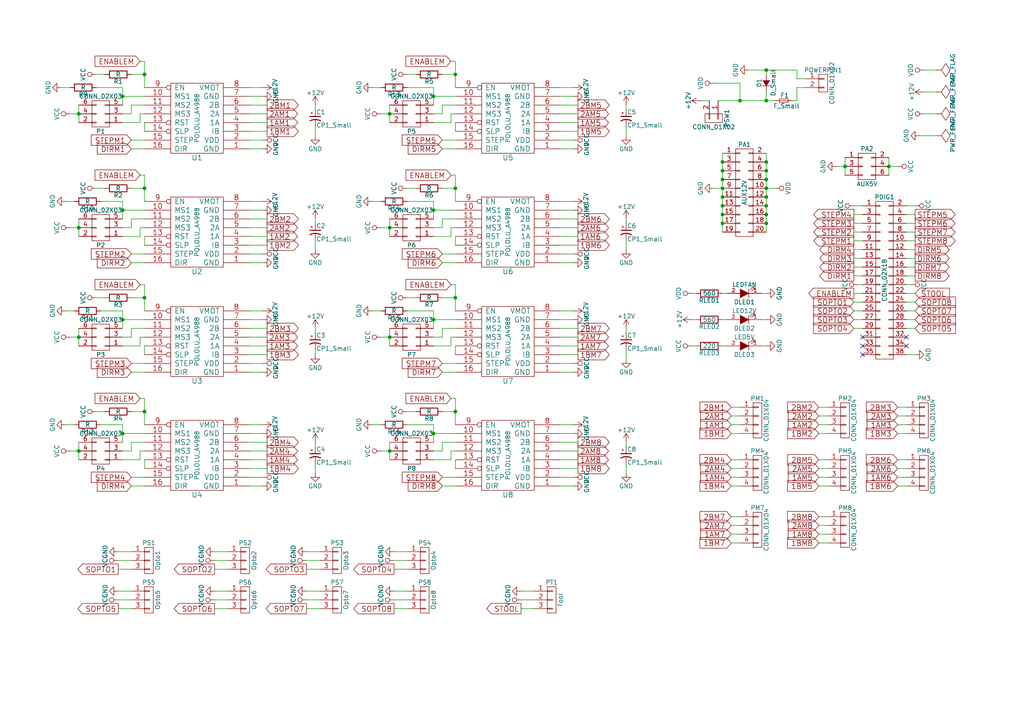
<source format=kicad_sch>
(kicad_sch (version 20230121) (generator eeschema)
  (paper "A4")
  (junction (at 35.56 27.94))
  (junction (at 209.55 57.15))
  (junction (at 222.25 54.61))
  (junction (at 222.25 46.99))
  (junction (at 22.86 33.02))
  (junction (at 125.73 92.71))
  (junction (at 214.63 29.21))
  (junction (at 35.56 92.71))
  (junction (at 209.55 54.61))
  (junction (at 132.08 54.61))
  (junction (at 222.25 64.77))
  (junction (at 22.86 130.81))
  (junction (at 132.08 21.59))
  (junction (at 41.91 86.36))
  (junction (at 209.55 62.23))
  (junction (at 209.55 46.99))
  (junction (at 222.25 20.32))
  (junction (at 113.03 97.79))
  (junction (at 41.91 54.61))
  (junction (at 113.03 66.04))
  (junction (at 113.03 130.81))
  (junction (at 245.11 48.26))
  (junction (at 222.25 57.15))
  (junction (at 41.91 119.38))
  (junction (at 132.08 86.36))
  (junction (at 125.73 125.73))
  (junction (at 209.55 52.07))
  (junction (at 222.25 62.23))
  (junction (at 22.86 66.04))
  (junction (at 257.81 48.26))
  (junction (at 41.91 21.59))
  (junction (at 222.25 49.53))
  (junction (at 209.55 59.69))
  (junction (at 125.73 60.96))
  (junction (at 125.73 27.94))
  (junction (at 35.56 60.96))
  (junction (at 35.56 125.73))
  (junction (at 222.25 29.21))
  (junction (at 209.55 49.53))
  (junction (at 132.08 119.38))
  (junction (at 113.03 33.02))
  (junction (at 222.25 52.07))
  (junction (at 222.25 59.69))
  (junction (at 22.86 97.79))
  (junction (at 209.55 64.77))
  (no_connect (at 262.89 97.79))
  (no_connect (at 250.19 102.87))
  (no_connect (at 250.19 97.79))
  (no_connect (at 262.89 100.33))
  (no_connect (at 250.19 100.33))
  (wire (pts (xy 27.94 21.59) (xy 30.48 21.59)))
  (wire (pts (xy 214.63 154.94) (xy 212.09 154.94)))
  (wire (pts (xy 113.03 33.02) (xy 113.03 35.56)))
  (wire (pts (xy 38.1 30.48) (xy 38.1 33.02)))
  (wire (pts (xy 125.73 66.04) (xy 128.27 66.04)))
  (wire (pts (xy 262.89 90.17) (xy 265.43 90.17)))
  (wire (pts (xy 222.25 29.21) (xy 224.79 29.21)))
  (wire (pts (xy 222.25 64.77) (xy 222.25 67.31)))
  (wire (pts (xy 38.1 162.56) (xy 34.29 162.56)))
  (wire (pts (xy 240.03 154.94) (xy 237.49 154.94)))
  (wire (pts (xy 222.25 59.69) (xy 222.25 62.23)))
  (wire (pts (xy 114.3 160.02) (xy 118.11 160.02)))
  (wire (pts (xy 38.1 95.25) (xy 38.1 97.79)))
  (wire (pts (xy 35.56 133.35) (xy 40.64 133.35)))
  (wire (pts (xy 41.91 68.58) (xy 41.91 71.12)))
  (wire (pts (xy 125.73 27.94) (xy 132.08 27.94)))
  (wire (pts (xy 181.61 39.37) (xy 181.61 36.83)))
  (wire (pts (xy 38.1 173.99) (xy 34.29 173.99)))
  (wire (pts (xy 41.91 107.95) (xy 38.1 107.95)))
  (wire (pts (xy 41.91 43.18) (xy 38.1 43.18)))
  (wire (pts (xy 240.03 123.19) (xy 237.49 123.19)))
  (wire (pts (xy 35.56 123.19) (xy 29.21 123.19)))
  (wire (pts (xy 35.56 90.17) (xy 35.56 92.71)))
  (wire (pts (xy 113.03 130.81) (xy 113.03 133.35)))
  (wire (pts (xy 88.9 171.45) (xy 92.71 171.45)))
  (wire (pts (xy 41.91 133.35) (xy 41.91 135.89)))
  (wire (pts (xy 200.66 85.09) (xy 201.93 85.09)))
  (wire (pts (xy 217.17 20.32) (xy 222.25 20.32)))
  (wire (pts (xy 113.03 63.5) (xy 113.03 66.04)))
  (wire (pts (xy 209.55 46.99) (xy 209.55 49.53)))
  (wire (pts (xy 41.91 82.55) (xy 41.91 86.36)))
  (wire (pts (xy 260.35 125.73) (xy 262.89 125.73)))
  (wire (pts (xy 207.01 54.61) (xy 209.55 54.61)))
  (wire (pts (xy 128.27 130.81) (xy 125.73 130.81)))
  (wire (pts (xy 35.56 125.73) (xy 35.56 128.27)))
  (wire (pts (xy 247.65 62.23) (xy 250.19 62.23)))
  (wire (pts (xy 247.65 85.09) (xy 250.19 85.09)))
  (wire (pts (xy 125.73 92.71) (xy 132.08 92.71)))
  (wire (pts (xy 151.13 171.45) (xy 154.94 171.45)))
  (wire (pts (xy 72.39 95.25) (xy 77.47 95.25)))
  (wire (pts (xy 118.11 173.99) (xy 114.3 173.99)))
  (wire (pts (xy 110.49 90.17) (xy 107.95 90.17)))
  (wire (pts (xy 92.71 176.53) (xy 88.9 176.53)))
  (wire (pts (xy 132.08 140.97) (xy 128.27 140.97)))
  (wire (pts (xy 72.39 90.17) (xy 76.2 90.17)))
  (wire (pts (xy 76.2 138.43) (xy 72.39 138.43)))
  (wire (pts (xy 22.86 63.5) (xy 22.86 66.04)))
  (wire (pts (xy 231.14 25.4) (xy 231.14 29.21)))
  (wire (pts (xy 22.86 128.27) (xy 22.86 130.81)))
  (wire (pts (xy 118.11 58.42) (xy 125.73 58.42)))
  (wire (pts (xy 91.44 129.54) (xy 91.44 128.27)))
  (wire (pts (xy 167.64 135.89) (xy 162.56 135.89)))
  (wire (pts (xy 72.39 25.4) (xy 76.2 25.4)))
  (wire (pts (xy 260.35 140.97) (xy 262.89 140.97)))
  (wire (pts (xy 113.03 33.02) (xy 110.49 33.02)))
  (wire (pts (xy 34.29 171.45) (xy 38.1 171.45)))
  (wire (pts (xy 91.44 96.52) (xy 91.44 95.25)))
  (wire (pts (xy 209.55 59.69) (xy 209.55 62.23)))
  (wire (pts (xy 132.08 115.57) (xy 132.08 119.38)))
  (wire (pts (xy 38.1 130.81) (xy 35.56 130.81)))
  (wire (pts (xy 222.25 21.59) (xy 222.25 20.32)))
  (wire (pts (xy 166.37 27.94) (xy 162.56 27.94)))
  (wire (pts (xy 92.71 162.56) (xy 88.9 162.56)))
  (wire (pts (xy 92.71 173.99) (xy 88.9 173.99)))
  (wire (pts (xy 130.81 35.56) (xy 125.73 35.56)))
  (wire (pts (xy 38.1 176.53) (xy 34.29 176.53)))
  (wire (pts (xy 130.81 17.78) (xy 132.08 17.78)))
  (wire (pts (xy 76.2 43.18) (xy 72.39 43.18)))
  (wire (pts (xy 35.56 123.19) (xy 35.56 125.73)))
  (wire (pts (xy 262.89 72.39) (xy 265.43 72.39)))
  (wire (pts (xy 205.74 29.21) (xy 203.2 29.21)))
  (wire (pts (xy 76.2 105.41) (xy 72.39 105.41)))
  (wire (pts (xy 130.81 133.35) (xy 130.81 130.81)))
  (wire (pts (xy 34.29 160.02) (xy 38.1 160.02)))
  (wire (pts (xy 41.91 73.66) (xy 38.1 73.66)))
  (wire (pts (xy 114.3 171.45) (xy 118.11 171.45)))
  (wire (pts (xy 38.1 54.61) (xy 41.91 54.61)))
  (wire (pts (xy 38.1 97.79) (xy 35.56 97.79)))
  (wire (pts (xy 267.97 20.32) (xy 271.78 20.32)))
  (wire (pts (xy 132.08 105.41) (xy 128.27 105.41)))
  (wire (pts (xy 167.64 35.56) (xy 162.56 35.56)))
  (wire (pts (xy 245.11 48.26) (xy 245.11 50.8)))
  (wire (pts (xy 66.04 162.56) (xy 62.23 162.56)))
  (wire (pts (xy 41.91 54.61) (xy 41.91 58.42)))
  (wire (pts (xy 125.73 60.96) (xy 132.08 60.96)))
  (wire (pts (xy 128.27 86.36) (xy 132.08 86.36)))
  (wire (pts (xy 166.37 92.71) (xy 162.56 92.71)))
  (wire (pts (xy 66.04 165.1) (xy 62.23 165.1)))
  (wire (pts (xy 222.25 46.99) (xy 222.25 49.53)))
  (wire (pts (xy 118.11 119.38) (xy 120.65 119.38)))
  (wire (pts (xy 271.78 26.67) (xy 267.97 26.67)))
  (wire (pts (xy 128.27 63.5) (xy 132.08 63.5)))
  (wire (pts (xy 22.86 30.48) (xy 22.86 33.02)))
  (wire (pts (xy 166.37 60.96) (xy 162.56 60.96)))
  (wire (pts (xy 250.19 95.25) (xy 247.65 95.25)))
  (wire (pts (xy 209.55 49.53) (xy 209.55 52.07)))
  (wire (pts (xy 22.86 33.02) (xy 20.32 33.02)))
  (wire (pts (xy 250.19 82.55) (xy 248.92 82.55)))
  (wire (pts (xy 214.63 24.13) (xy 214.63 29.21)))
  (wire (pts (xy 35.56 25.4) (xy 27.94 25.4)))
  (wire (pts (xy 154.94 176.53) (xy 151.13 176.53)))
  (wire (pts (xy 166.37 125.73) (xy 162.56 125.73)))
  (wire (pts (xy 91.44 102.87) (xy 91.44 101.6)))
  (wire (pts (xy 167.64 33.02) (xy 162.56 33.02)))
  (wire (pts (xy 240.03 133.35) (xy 237.49 133.35)))
  (wire (pts (xy 181.61 64.77) (xy 181.61 63.5)))
  (wire (pts (xy 125.73 27.94) (xy 125.73 30.48)))
  (wire (pts (xy 237.49 152.4) (xy 240.03 152.4)))
  (wire (pts (xy 167.64 102.87) (xy 162.56 102.87)))
  (wire (pts (xy 132.08 119.38) (xy 132.08 123.19)))
  (wire (pts (xy 40.64 115.57) (xy 41.91 115.57)))
  (wire (pts (xy 91.44 72.39) (xy 91.44 69.85)))
  (wire (pts (xy 247.65 92.71) (xy 250.19 92.71)))
  (wire (pts (xy 41.91 115.57) (xy 41.91 119.38)))
  (wire (pts (xy 130.81 97.79) (xy 130.81 100.33)))
  (wire (pts (xy 262.89 138.43) (xy 260.35 138.43)))
  (wire (pts (xy 91.44 137.16) (xy 91.44 134.62)))
  (wire (pts (xy 72.39 123.19) (xy 76.2 123.19)))
  (wire (pts (xy 222.25 29.21) (xy 222.25 26.67)))
  (wire (pts (xy 35.56 27.94) (xy 35.56 30.48)))
  (wire (pts (xy 200.66 92.71) (xy 201.93 92.71)))
  (wire (pts (xy 209.55 64.77) (xy 209.55 67.31)))
  (wire (pts (xy 113.03 30.48) (xy 113.03 33.02)))
  (wire (pts (xy 166.37 76.2) (xy 162.56 76.2)))
  (wire (pts (xy 35.56 125.73) (xy 41.91 125.73)))
  (wire (pts (xy 222.25 52.07) (xy 222.25 54.61)))
  (wire (pts (xy 91.44 39.37) (xy 91.44 36.83)))
  (wire (pts (xy 118.11 90.17) (xy 125.73 90.17)))
  (wire (pts (xy 77.47 33.02) (xy 72.39 33.02)))
  (wire (pts (xy 128.27 97.79) (xy 125.73 97.79)))
  (wire (pts (xy 209.55 92.71) (xy 210.82 92.71)))
  (wire (pts (xy 77.47 135.89) (xy 72.39 135.89)))
  (wire (pts (xy 265.43 80.01) (xy 262.89 80.01)))
  (wire (pts (xy 40.64 82.55) (xy 41.91 82.55)))
  (wire (pts (xy 125.73 33.02) (xy 128.27 33.02)))
  (wire (pts (xy 214.63 29.21) (xy 222.25 29.21)))
  (wire (pts (xy 166.37 138.43) (xy 162.56 138.43)))
  (wire (pts (xy 41.91 105.41) (xy 38.1 105.41)))
  (wire (pts (xy 132.08 130.81) (xy 130.81 130.81)))
  (wire (pts (xy 262.89 59.69) (xy 265.43 59.69)))
  (wire (pts (xy 132.08 35.56) (xy 132.08 38.1)))
  (wire (pts (xy 40.64 17.78) (xy 41.91 17.78)))
  (wire (pts (xy 76.2 60.96) (xy 72.39 60.96)))
  (wire (pts (xy 72.39 140.97) (xy 76.2 140.97)))
  (wire (pts (xy 132.08 100.33) (xy 132.08 102.87)))
  (wire (pts (xy 38.1 21.59) (xy 41.91 21.59)))
  (wire (pts (xy 125.73 25.4) (xy 125.73 27.94)))
  (wire (pts (xy 245.11 45.72) (xy 245.11 48.26)))
  (wire (pts (xy 41.91 17.78) (xy 41.91 21.59)))
  (wire (pts (xy 231.14 29.21) (xy 229.87 29.21)))
  (wire (pts (xy 222.25 44.45) (xy 222.25 46.99)))
  (wire (pts (xy 212.09 140.97) (xy 214.63 140.97)))
  (wire (pts (xy 118.11 176.53) (xy 114.3 176.53)))
  (wire (pts (xy 237.49 120.65) (xy 240.03 120.65)))
  (wire (pts (xy 38.1 128.27) (xy 38.1 130.81)))
  (wire (pts (xy 132.08 21.59) (xy 132.08 25.4)))
  (wire (pts (xy 91.44 64.77) (xy 91.44 63.5)))
  (wire (pts (xy 62.23 160.02) (xy 66.04 160.02)))
  (wire (pts (xy 265.43 92.71) (xy 262.89 92.71)))
  (wire (pts (xy 247.65 87.63) (xy 250.19 87.63)))
  (wire (pts (xy 77.47 102.87) (xy 72.39 102.87)))
  (wire (pts (xy 113.03 97.79) (xy 110.49 97.79)))
  (wire (pts (xy 222.25 54.61) (xy 222.25 57.15)))
  (wire (pts (xy 40.64 130.81) (xy 41.91 130.81)))
  (wire (pts (xy 76.2 40.64) (xy 72.39 40.64)))
  (wire (pts (xy 22.86 66.04) (xy 20.32 66.04)))
  (wire (pts (xy 128.27 128.27) (xy 132.08 128.27)))
  (wire (pts (xy 22.86 130.81) (xy 22.86 133.35)))
  (wire (pts (xy 22.86 97.79) (xy 20.32 97.79)))
  (wire (pts (xy 125.73 125.73) (xy 132.08 125.73)))
  (wire (pts (xy 262.89 64.77) (xy 265.43 64.77)))
  (wire (pts (xy 237.49 135.89) (xy 240.03 135.89)))
  (wire (pts (xy 247.65 77.47) (xy 250.19 77.47)))
  (wire (pts (xy 38.1 165.1) (xy 34.29 165.1)))
  (wire (pts (xy 250.19 74.93) (xy 247.65 74.93)))
  (wire (pts (xy 265.43 74.93) (xy 262.89 74.93)))
  (wire (pts (xy 212.09 120.65) (xy 214.63 120.65)))
  (wire (pts (xy 132.08 73.66) (xy 128.27 73.66)))
  (wire (pts (xy 132.08 68.58) (xy 132.08 71.12)))
  (wire (pts (xy 130.81 33.02) (xy 132.08 33.02)))
  (wire (pts (xy 240.03 118.11) (xy 237.49 118.11)))
  (wire (pts (xy 208.28 29.21) (xy 214.63 29.21)))
  (wire (pts (xy 38.1 119.38) (xy 41.91 119.38)))
  (wire (pts (xy 40.64 33.02) (xy 41.91 33.02)))
  (wire (pts (xy 166.37 140.97) (xy 162.56 140.97)))
  (wire (pts (xy 132.08 43.18) (xy 128.27 43.18)))
  (wire (pts (xy 212.09 135.89) (xy 214.63 135.89)))
  (wire (pts (xy 240.03 149.86) (xy 237.49 149.86)))
  (wire (pts (xy 267.97 33.02) (xy 271.78 33.02)))
  (wire (pts (xy 22.86 66.04) (xy 22.86 68.58)))
  (wire (pts (xy 167.64 100.33) (xy 162.56 100.33)))
  (wire (pts (xy 214.63 149.86) (xy 212.09 149.86)))
  (wire (pts (xy 113.03 95.25) (xy 113.03 97.79)))
  (wire (pts (xy 76.2 73.66) (xy 72.39 73.66)))
  (wire (pts (xy 181.61 129.54) (xy 181.61 128.27)))
  (wire (pts (xy 118.11 162.56) (xy 114.3 162.56)))
  (wire (pts (xy 265.43 62.23) (xy 262.89 62.23)))
  (wire (pts (xy 132.08 133.35) (xy 132.08 135.89)))
  (wire (pts (xy 167.64 68.58) (xy 162.56 68.58)))
  (wire (pts (xy 212.09 152.4) (xy 214.63 152.4)))
  (wire (pts (xy 167.64 66.04) (xy 162.56 66.04)))
  (wire (pts (xy 22.86 97.79) (xy 22.86 100.33)))
  (wire (pts (xy 209.55 44.45) (xy 209.55 46.99)))
  (wire (pts (xy 128.27 95.25) (xy 132.08 95.25)))
  (wire (pts (xy 38.1 128.27) (xy 41.91 128.27)))
  (wire (pts (xy 77.47 71.12) (xy 72.39 71.12)))
  (wire (pts (xy 41.91 86.36) (xy 41.91 90.17)))
  (wire (pts (xy 162.56 30.48) (xy 167.64 30.48)))
  (wire (pts (xy 113.03 128.27) (xy 113.03 130.81)))
  (wire (pts (xy 262.89 85.09) (xy 265.43 85.09)))
  (wire (pts (xy 265.43 67.31) (xy 262.89 67.31)))
  (wire (pts (xy 118.11 86.36) (xy 120.65 86.36)))
  (wire (pts (xy 107.95 123.19) (xy 110.49 123.19)))
  (wire (pts (xy 214.63 138.43) (xy 212.09 138.43)))
  (wire (pts (xy 38.1 86.36) (xy 41.91 86.36)))
  (wire (pts (xy 128.27 66.04) (xy 128.27 63.5)))
  (wire (pts (xy 130.81 33.02) (xy 130.81 35.56)))
  (wire (pts (xy 35.56 92.71) (xy 35.56 95.25)))
  (wire (pts (xy 21.59 90.17) (xy 19.05 90.17)))
  (wire (pts (xy 35.56 92.71) (xy 41.91 92.71)))
  (wire (pts (xy 110.49 58.42) (xy 107.95 58.42)))
  (wire (pts (xy 41.91 50.8) (xy 41.91 54.61)))
  (wire (pts (xy 41.91 21.59) (xy 41.91 25.4)))
  (wire (pts (xy 166.37 73.66) (xy 162.56 73.66)))
  (wire (pts (xy 212.09 157.48) (xy 214.63 157.48)))
  (wire (pts (xy 200.66 100.33) (xy 201.93 100.33)))
  (wire (pts (xy 38.1 66.04) (xy 35.56 66.04)))
  (wire (pts (xy 250.19 59.69) (xy 247.65 59.69)))
  (wire (pts (xy 41.91 140.97) (xy 38.1 140.97)))
  (wire (pts (xy 128.27 54.61) (xy 132.08 54.61)))
  (wire (pts (xy 40.64 33.02) (xy 40.64 35.56)))
  (wire (pts (xy 113.03 130.81) (xy 110.49 130.81)))
  (wire (pts (xy 77.47 100.33) (xy 72.39 100.33)))
  (wire (pts (xy 128.27 30.48) (xy 132.08 30.48)))
  (wire (pts (xy 125.73 58.42) (xy 125.73 60.96)))
  (wire (pts (xy 77.47 66.04) (xy 72.39 66.04)))
  (wire (pts (xy 110.49 25.4) (xy 107.95 25.4)))
  (wire (pts (xy 250.19 80.01) (xy 247.65 80.01)))
  (wire (pts (xy 77.47 68.58) (xy 72.39 68.58)))
  (wire (pts (xy 40.64 66.04) (xy 40.64 68.58)))
  (wire (pts (xy 113.03 97.79) (xy 113.03 100.33)))
  (wire (pts (xy 260.35 48.26) (xy 257.81 48.26)))
  (wire (pts (xy 262.89 69.85) (xy 265.43 69.85)))
  (wire (pts (xy 260.35 135.89) (xy 262.89 135.89)))
  (wire (pts (xy 265.43 87.63) (xy 262.89 87.63)))
  (wire (pts (xy 130.81 97.79) (xy 132.08 97.79)))
  (wire (pts (xy 181.61 72.39) (xy 181.61 69.85)))
  (wire (pts (xy 35.56 58.42) (xy 35.56 60.96)))
  (wire (pts (xy 212.09 125.73) (xy 214.63 125.73)))
  (wire (pts (xy 162.56 90.17) (xy 166.37 90.17)))
  (wire (pts (xy 38.1 33.02) (xy 35.56 33.02)))
  (wire (pts (xy 166.37 43.18) (xy 162.56 43.18)))
  (wire (pts (xy 29.21 58.42) (xy 35.56 58.42)))
  (wire (pts (xy 209.55 52.07) (xy 209.55 54.61)))
  (wire (pts (xy 220.98 100.33) (xy 222.25 100.33)))
  (wire (pts (xy 132.08 54.61) (xy 132.08 58.42)))
  (wire (pts (xy 125.73 90.17) (xy 125.73 92.71)))
  (wire (pts (xy 162.56 123.19) (xy 166.37 123.19)))
  (wire (pts (xy 40.64 35.56) (xy 35.56 35.56)))
  (wire (pts (xy 132.08 76.2) (xy 128.27 76.2)))
  (wire (pts (xy 209.55 85.09) (xy 210.82 85.09)))
  (wire (pts (xy 128.27 95.25) (xy 128.27 97.79)))
  (wire (pts (xy 22.86 33.02) (xy 22.86 35.56)))
  (wire (pts (xy 240.03 138.43) (xy 237.49 138.43)))
  (wire (pts (xy 41.91 76.2) (xy 38.1 76.2)))
  (wire (pts (xy 130.81 82.55) (xy 132.08 82.55)))
  (wire (pts (xy 245.11 48.26) (xy 242.57 48.26)))
  (wire (pts (xy 262.89 77.47) (xy 265.43 77.47)))
  (wire (pts (xy 40.64 97.79) (xy 41.91 97.79)))
  (wire (pts (xy 181.61 137.16) (xy 181.61 134.62)))
  (wire (pts (xy 41.91 100.33) (xy 41.91 102.87)))
  (wire (pts (xy 247.65 72.39) (xy 250.19 72.39)))
  (wire (pts (xy 125.73 125.73) (xy 125.73 128.27)))
  (wire (pts (xy 266.7 39.37) (xy 271.78 39.37)))
  (wire (pts (xy 40.64 97.79) (xy 40.64 100.33)))
  (wire (pts (xy 214.63 118.11) (xy 212.09 118.11)))
  (wire (pts (xy 264.16 82.55) (xy 262.89 82.55)))
  (wire (pts (xy 72.39 30.48) (xy 77.47 30.48)))
  (wire (pts (xy 76.2 76.2) (xy 72.39 76.2)))
  (wire (pts (xy 209.55 100.33) (xy 210.82 100.33)))
  (wire (pts (xy 167.64 130.81) (xy 162.56 130.81)))
  (wire (pts (xy 72.39 92.71) (xy 76.2 92.71)))
  (wire (pts (xy 40.64 50.8) (xy 41.91 50.8)))
  (wire (pts (xy 250.19 90.17) (xy 247.65 90.17)))
  (wire (pts (xy 35.56 60.96) (xy 41.91 60.96)))
  (wire (pts (xy 250.19 64.77) (xy 247.65 64.77)))
  (wire (pts (xy 125.73 92.71) (xy 125.73 95.25)))
  (wire (pts (xy 88.9 160.02) (xy 92.71 160.02)))
  (wire (pts (xy 118.11 165.1) (xy 114.3 165.1)))
  (wire (pts (xy 125.73 60.96) (xy 125.73 63.5)))
  (wire (pts (xy 250.19 69.85) (xy 247.65 69.85)))
  (wire (pts (xy 237.49 157.48) (xy 240.03 157.48)))
  (wire (pts (xy 27.94 119.38) (xy 30.48 119.38)))
  (wire (pts (xy 76.2 107.95) (xy 72.39 107.95)))
  (wire (pts (xy 40.64 68.58) (xy 35.56 68.58)))
  (wire (pts (xy 257.81 48.26) (xy 257.81 50.8)))
  (wire (pts (xy 162.56 63.5) (xy 167.64 63.5)))
  (wire (pts (xy 130.81 100.33) (xy 125.73 100.33)))
  (wire (pts (xy 91.44 31.75) (xy 91.44 30.48)))
  (wire (pts (xy 128.27 33.02) (xy 128.27 30.48)))
  (wire (pts (xy 132.08 17.78) (xy 132.08 21.59)))
  (wire (pts (xy 166.37 105.41) (xy 162.56 105.41)))
  (wire (pts (xy 72.39 63.5) (xy 77.47 63.5)))
  (wire (pts (xy 66.04 173.99) (xy 62.23 173.99)))
  (wire (pts (xy 237.49 140.97) (xy 240.03 140.97)))
  (wire (pts (xy 118.11 54.61) (xy 120.65 54.61)))
  (wire (pts (xy 38.1 63.5) (xy 38.1 66.04)))
  (wire (pts (xy 125.73 133.35) (xy 130.81 133.35)))
  (wire (pts (xy 162.56 58.42) (xy 166.37 58.42)))
  (wire (pts (xy 222.25 49.53) (xy 222.25 52.07)))
  (wire (pts (xy 130.81 66.04) (xy 132.08 66.04)))
  (wire (pts (xy 222.25 20.32) (xy 231.14 20.32)))
  (wire (pts (xy 222.25 57.15) (xy 222.25 59.69)))
  (wire (pts (xy 262.89 133.35) (xy 260.35 133.35)))
  (wire (pts (xy 41.91 138.43) (xy 38.1 138.43)))
  (wire (pts (xy 125.73 25.4) (xy 118.11 25.4)))
  (wire (pts (xy 77.47 133.35) (xy 72.39 133.35)))
  (wire (pts (xy 35.56 25.4) (xy 35.56 27.94)))
  (wire (pts (xy 40.64 133.35) (xy 40.64 130.81)))
  (wire (pts (xy 41.91 66.04) (xy 40.64 66.04)))
  (wire (pts (xy 72.39 58.42) (xy 76.2 58.42)))
  (wire (pts (xy 72.39 128.27) (xy 77.47 128.27)))
  (wire (pts (xy 209.55 54.61) (xy 209.55 57.15)))
  (wire (pts (xy 76.2 27.94) (xy 72.39 27.94)))
  (wire (pts (xy 62.23 171.45) (xy 66.04 171.45)))
  (wire (pts (xy 167.64 71.12) (xy 162.56 71.12)))
  (wire (pts (xy 207.01 24.13) (xy 214.63 24.13)))
  (wire (pts (xy 231.14 22.86) (xy 233.68 22.86)))
  (wire (pts (xy 128.27 21.59) (xy 132.08 21.59)))
  (wire (pts (xy 38.1 63.5) (xy 41.91 63.5)))
  (wire (pts (xy 132.08 82.55) (xy 132.08 86.36)))
  (wire (pts (xy 220.98 92.71) (xy 222.25 92.71)))
  (wire (pts (xy 38.1 30.48) (xy 41.91 30.48)))
  (wire (pts (xy 35.56 60.96) (xy 35.56 63.5)))
  (wire (pts (xy 41.91 40.64) (xy 38.1 40.64)))
  (wire (pts (xy 21.59 123.19) (xy 19.05 123.19)))
  (wire (pts (xy 128.27 119.38) (xy 132.08 119.38)))
  (wire (pts (xy 209.55 57.15) (xy 209.55 59.69)))
  (wire (pts (xy 265.43 102.87) (xy 262.89 102.87)))
  (wire (pts (xy 125.73 68.58) (xy 130.81 68.58)))
  (wire (pts (xy 130.81 115.57) (xy 132.08 115.57)))
  (wire (pts (xy 27.94 86.36) (xy 30.48 86.36)))
  (wire (pts (xy 220.98 85.09) (xy 222.25 85.09)))
  (wire (pts (xy 167.64 38.1) (xy 162.56 38.1)))
  (wire (pts (xy 257.81 45.72) (xy 257.81 48.26)))
  (wire (pts (xy 262.89 95.25) (xy 265.43 95.25)))
  (wire (pts (xy 130.81 68.58) (xy 130.81 66.04)))
  (wire (pts (xy 29.21 90.17) (xy 35.56 90.17)))
  (wire (pts (xy 77.47 130.81) (xy 72.39 130.81)))
  (wire (pts (xy 41.91 119.38) (xy 41.91 123.19)))
  (wire (pts (xy 247.65 67.31) (xy 250.19 67.31)))
  (wire (pts (xy 181.61 31.75) (xy 181.61 30.48)))
  (wire (pts (xy 132.08 50.8) (xy 132.08 54.61)))
  (wire (pts (xy 125.73 123.19) (xy 125.73 125.73)))
  (wire (pts (xy 181.61 104.14) (xy 181.61 101.6)))
  (wire (pts (xy 237.49 125.73) (xy 240.03 125.73)))
  (wire (pts (xy 260.35 120.65) (xy 262.89 120.65)))
  (wire (pts (xy 166.37 107.95) (xy 162.56 107.95)))
  (wire (pts (xy 224.79 54.61) (xy 222.25 54.61)))
  (wire (pts (xy 40.64 100.33) (xy 35.56 100.33)))
  (wire (pts (xy 22.86 95.25) (xy 22.86 97.79)))
  (wire (pts (xy 132.08 107.95) (xy 128.27 107.95)))
  (wire (pts (xy 167.64 97.79) (xy 162.56 97.79)))
  (wire (pts (xy 209.55 62.23) (xy 209.55 64.77)))
  (wire (pts (xy 162.56 95.25) (xy 167.64 95.25)))
  (wire (pts (xy 262.89 123.19) (xy 260.35 123.19)))
  (wire (pts (xy 38.1 95.25) (xy 41.91 95.25)))
  (wire (pts (xy 222.25 62.23) (xy 222.25 64.77)))
  (wire (pts (xy 113.03 66.04) (xy 110.49 66.04)))
  (wire (pts (xy 214.63 133.35) (xy 212.09 133.35)))
  (wire (pts (xy 76.2 125.73) (xy 72.39 125.73)))
  (wire (pts (xy 35.56 27.94) (xy 41.91 27.94)))
  (wire (pts (xy 231.14 20.32) (xy 231.14 22.86)))
  (wire (pts (xy 162.56 25.4) (xy 166.37 25.4)))
  (wire (pts (xy 262.89 118.11) (xy 260.35 118.11)))
  (wire (pts (xy 118.11 21.59) (xy 120.65 21.59)))
  (wire (pts (xy 132.08 138.43) (xy 128.27 138.43)))
  (wire (pts (xy 41.91 35.56) (xy 41.91 38.1)))
  (wire (pts (xy 77.47 38.1) (xy 72.39 38.1)))
  (wire (pts (xy 154.94 173.99) (xy 151.13 173.99)))
  (wire (pts (xy 181.61 96.52) (xy 181.61 95.25)))
  (wire (pts (xy 77.47 35.56) (xy 72.39 35.56)))
  (wire (pts (xy 118.11 123.19) (xy 125.73 123.19)))
  (wire (pts (xy 77.47 97.79) (xy 72.39 97.79)))
  (wire (pts (xy 214.63 123.19) (xy 212.09 123.19)))
  (wire (pts (xy 27.94 54.61) (xy 30.48 54.61)))
  (wire (pts (xy 92.71 165.1) (xy 88.9 165.1)))
  (wire (pts (xy 19.05 58.42) (xy 21.59 58.42)))
  (wire (pts (xy 132.08 40.64) (xy 128.27 40.64)))
  (wire (pts (xy 22.86 130.81) (xy 20.32 130.81)))
  (wire (pts (xy 233.68 25.4) (xy 231.14 25.4)))
  (wire (pts (xy 66.04 176.53) (xy 62.23 176.53)))
  (wire (pts (xy 130.81 50.8) (xy 132.08 50.8)))
  (wire (pts (xy 167.64 133.35) (xy 162.56 133.35)))
  (wire (pts (xy 113.03 66.04) (xy 113.03 68.58)))
  (wire (pts (xy 166.37 40.64) (xy 162.56 40.64)))
  (wire (pts (xy 128.27 128.27) (xy 128.27 130.81)))
  (wire (pts (xy 20.32 25.4) (xy 17.78 25.4)))
  (wire (pts (xy 162.56 128.27) (xy 167.64 128.27)))
  (wire (pts (xy 132.08 86.36) (xy 132.08 90.17)))
  (global_label "2BM7" (shape input) (at 212.09 149.86 180) (effects (font (size 1.524 1.524))) (property "Intersheetrefs" "${INTERSHEET_REFS}" (effects hide)))
  (global_label "DIRM1" (shape input) (at 38.1 43.18 180) (effects (font (size 1.524 1.524))) (property "Intersheetrefs" "${INTERSHEET_REFS}" (effects hide)))
  (global_label "1AM5" (shape input) (at 237.49 138.43 180) (effects (font (size 1.524 1.524))) (property "Intersheetrefs" "${INTERSHEET_REFS}" (effects hide)))
  (global_label "STEPM4" (shape input) (at 38.1 138.43 180) (effects (font (size 1.524 1.524))) (property "Intersheetrefs" "${INTERSHEET_REFS}" (effects hide)))
  (global_label "ENABLEM" (shape input) (at 40.64 50.8 180) (effects (font (size 1.524 1.524))) (property "Intersheetrefs" "${INTERSHEET_REFS}" (effects hide)))
  (global_label "1BM5" (shape input) (at 237.49 140.97 180) (effects (font (size 1.524 1.524))) (property "Intersheetrefs" "${INTERSHEET_REFS}" (effects hide)))
  (global_label "SOPTO3" (shape output) (at 88.9 165.1 180) (effects (font (size 1.524 1.524))) (property "Intersheetrefs" "${INTERSHEET_REFS}" (effects hide)))
  (global_label "STEPM6" (shape output) (at 265.43 64.77 0) (effects (font (size 1.524 1.524))) (property "Intersheetrefs" "${INTERSHEET_REFS}" (effects hide)))
  (global_label "1AM6" (shape input) (at 260.35 138.43 180) (effects (font (size 1.524 1.524))) (property "Intersheetrefs" "${INTERSHEET_REFS}" (effects hide)))
  (global_label "2AM2" (shape output) (at 77.47 66.04 0) (effects (font (size 1.524 1.524))) (property "Intersheetrefs" "${INTERSHEET_REFS}" (effects hide)))
  (global_label "ENABLEM" (shape input) (at 40.64 115.57 180) (effects (font (size 1.524 1.524))) (property "Intersheetrefs" "${INTERSHEET_REFS}" (effects hide)))
  (global_label "2BM3" (shape output) (at 77.47 95.25 0) (effects (font (size 1.524 1.524))) (property "Intersheetrefs" "${INTERSHEET_REFS}" (effects hide)))
  (global_label "DIRM8" (shape output) (at 265.43 80.01 0) (effects (font (size 1.524 1.524))) (property "Intersheetrefs" "${INTERSHEET_REFS}" (effects hide)))
  (global_label "DIRM8" (shape input) (at 128.27 140.97 180) (effects (font (size 1.524 1.524))) (property "Intersheetrefs" "${INTERSHEET_REFS}" (effects hide)))
  (global_label "1BM6" (shape output) (at 167.64 71.12 0) (effects (font (size 1.524 1.524))) (property "Intersheetrefs" "${INTERSHEET_REFS}" (effects hide)))
  (global_label "DIRM7" (shape input) (at 128.27 107.95 180) (effects (font (size 1.524 1.524))) (property "Intersheetrefs" "${INTERSHEET_REFS}" (effects hide)))
  (global_label "STEPM5" (shape output) (at 265.43 62.23 0) (effects (font (size 1.524 1.524))) (property "Intersheetrefs" "${INTERSHEET_REFS}" (effects hide)))
  (global_label "1AM1" (shape output) (at 77.47 35.56 0) (effects (font (size 1.524 1.524))) (property "Intersheetrefs" "${INTERSHEET_REFS}" (effects hide)))
  (global_label "2BM5" (shape input) (at 237.49 133.35 180) (effects (font (size 1.524 1.524))) (property "Intersheetrefs" "${INTERSHEET_REFS}" (effects hide)))
  (global_label "ENABLEM" (shape input) (at 40.64 82.55 180) (effects (font (size 1.524 1.524))) (property "Intersheetrefs" "${INTERSHEET_REFS}" (effects hide)))
  (global_label "STEPM7" (shape input) (at 128.27 105.41 180) (effects (font (size 1.524 1.524))) (property "Intersheetrefs" "${INTERSHEET_REFS}" (effects hide)))
  (global_label "DIRM4" (shape input) (at 38.1 140.97 180) (effects (font (size 1.524 1.524))) (property "Intersheetrefs" "${INTERSHEET_REFS}" (effects hide)))
  (global_label "STEPM3" (shape output) (at 247.65 64.77 180) (effects (font (size 1.524 1.524))) (property "Intersheetrefs" "${INTERSHEET_REFS}" (effects hide)))
  (global_label "1BM1" (shape output) (at 77.47 38.1 0) (effects (font (size 1.524 1.524))) (property "Intersheetrefs" "${INTERSHEET_REFS}" (effects hide)))
  (global_label "1AM4" (shape output) (at 77.47 133.35 0) (effects (font (size 1.524 1.524))) (property "Intersheetrefs" "${INTERSHEET_REFS}" (effects hide)))
  (global_label "1BM7" (shape input) (at 212.09 157.48 180) (effects (font (size 1.524 1.524))) (property "Intersheetrefs" "${INTERSHEET_REFS}" (effects hide)))
  (global_label "2AM4" (shape input) (at 212.09 135.89 180) (effects (font (size 1.524 1.524))) (property "Intersheetrefs" "${INTERSHEET_REFS}" (effects hide)))
  (global_label "1BM2" (shape output) (at 77.47 71.12 0) (effects (font (size 1.524 1.524))) (property "Intersheetrefs" "${INTERSHEET_REFS}" (effects hide)))
  (global_label "2BM8" (shape output) (at 167.64 128.27 0) (effects (font (size 1.524 1.524))) (property "Intersheetrefs" "${INTERSHEET_REFS}" (effects hide)))
  (global_label "DIRM3" (shape output) (at 247.65 74.93 180) (effects (font (size 1.524 1.524))) (property "Intersheetrefs" "${INTERSHEET_REFS}" (effects hide)))
  (global_label "1BM5" (shape output) (at 167.64 38.1 0) (effects (font (size 1.524 1.524))) (property "Intersheetrefs" "${INTERSHEET_REFS}" (effects hide)))
  (global_label "1AM1" (shape input) (at 212.09 123.19 180) (effects (font (size 1.524 1.524))) (property "Intersheetrefs" "${INTERSHEET_REFS}" (effects hide)))
  (global_label "2AM3" (shape input) (at 260.35 120.65 180) (effects (font (size 1.524 1.524))) (property "Intersheetrefs" "${INTERSHEET_REFS}" (effects hide)))
  (global_label "SOPTO4" (shape input) (at 247.65 95.25 180) (effects (font (size 1.524 1.524))) (property "Intersheetrefs" "${INTERSHEET_REFS}" (effects hide)))
  (global_label "2AM6" (shape output) (at 167.64 66.04 0) (effects (font (size 1.524 1.524))) (property "Intersheetrefs" "${INTERSHEET_REFS}" (effects hide)))
  (global_label "1BM1" (shape input) (at 212.09 125.73 180) (effects (font (size 1.524 1.524))) (property "Intersheetrefs" "${INTERSHEET_REFS}" (effects hide)))
  (global_label "STOOL" (shape output) (at 151.13 176.53 180) (effects (font (size 1.524 1.524))) (property "Intersheetrefs" "${INTERSHEET_REFS}" (effects hide)))
  (global_label "SOPTO2" (shape output) (at 62.23 165.1 180) (effects (font (size 1.524 1.524))) (property "Intersheetrefs" "${INTERSHEET_REFS}" (effects hide)))
  (global_label "2BM7" (shape output) (at 167.64 95.25 0) (effects (font (size 1.524 1.524))) (property "Intersheetrefs" "${INTERSHEET_REFS}" (effects hide)))
  (global_label "2AM6" (shape input) (at 260.35 135.89 180) (effects (font (size 1.524 1.524))) (property "Intersheetrefs" "${INTERSHEET_REFS}" (effects hide)))
  (global_label "1BM8" (shape output) (at 167.64 135.89 0) (effects (font (size 1.524 1.524))) (property "Intersheetrefs" "${INTERSHEET_REFS}" (effects hide)))
  (global_label "SOPTO3" (shape input) (at 247.65 92.71 180) (effects (font (size 1.524 1.524))) (property "Intersheetrefs" "${INTERSHEET_REFS}" (effects hide)))
  (global_label "STEPM8" (shape input) (at 128.27 138.43 180) (effects (font (size 1.524 1.524))) (property "Intersheetrefs" "${INTERSHEET_REFS}" (effects hide)))
  (global_label "2AM5" (shape output) (at 167.64 33.02 0) (effects (font (size 1.524 1.524))) (property "Intersheetrefs" "${INTERSHEET_REFS}" (effects hide)))
  (global_label "ENABLEM" (shape input) (at 130.81 50.8 180) (effects (font (size 1.524 1.524))) (property "Intersheetrefs" "${INTERSHEET_REFS}" (effects hide)))
  (global_label "DIRM1" (shape output) (at 247.65 80.01 180) (effects (font (size 1.524 1.524))) (property "Intersheetrefs" "${INTERSHEET_REFS}" (effects hide)))
  (global_label "STEPM6" (shape input) (at 128.27 73.66 180) (effects (font (size 1.524 1.524))) (property "Intersheetrefs" "${INTERSHEET_REFS}" (effects hide)))
  (global_label "1BM7" (shape output) (at 167.64 102.87 0) (effects (font (size 1.524 1.524))) (property "Intersheetrefs" "${INTERSHEET_REFS}" (effects hide)))
  (global_label "1AM8" (shape output) (at 167.64 133.35 0) (effects (font (size 1.524 1.524))) (property "Intersheetrefs" "${INTERSHEET_REFS}" (effects hide)))
  (global_label "2AM8" (shape output) (at 167.64 130.81 0) (effects (font (size 1.524 1.524))) (property "Intersheetrefs" "${INTERSHEET_REFS}" (effects hide)))
  (global_label "2BM6" (shape output) (at 167.64 63.5 0) (effects (font (size 1.524 1.524))) (property "Intersheetrefs" "${INTERSHEET_REFS}" (effects hide)))
  (global_label "DIRM2" (shape input) (at 38.1 76.2 180) (effects (font (size 1.524 1.524))) (property "Intersheetrefs" "${INTERSHEET_REFS}" (effects hide)))
  (global_label "1AM3" (shape output) (at 77.47 100.33 0) (effects (font (size 1.524 1.524))) (property "Intersheetrefs" "${INTERSHEET_REFS}" (effects hide)))
  (global_label "1AM6" (shape output) (at 167.64 68.58 0) (effects (font (size 1.524 1.524))) (property "Intersheetrefs" "${INTERSHEET_REFS}" (effects hide)))
  (global_label "STEPM8" (shape output) (at 265.43 69.85 0) (effects (font (size 1.524 1.524))) (property "Intersheetrefs" "${INTERSHEET_REFS}" (effects hide)))
  (global_label "ENABLEM" (shape input) (at 130.81 82.55 180) (effects (font (size 1.524 1.524))) (property "Intersheetrefs" "${INTERSHEET_REFS}" (effects hide)))
  (global_label "2AM2" (shape input) (at 237.49 120.65 180) (effects (font (size 1.524 1.524))) (property "Intersheetrefs" "${INTERSHEET_REFS}" (effects hide)))
  (global_label "2BM6" (shape input) (at 260.35 133.35 180) (effects (font (size 1.524 1.524))) (property "Intersheetrefs" "${INTERSHEET_REFS}" (effects hide)))
  (global_label "DIRM2" (shape output) (at 247.65 77.47 180) (effects (font (size 1.524 1.524))) (property "Intersheetrefs" "${INTERSHEET_REFS}" (effects hide)))
  (global_label "1BM6" (shape input) (at 260.35 140.97 180) (effects (font (size 1.524 1.524))) (property "Intersheetrefs" "${INTERSHEET_REFS}" (effects hide)))
  (global_label "ENABLEM" (shape input) (at 40.64 17.78 180) (effects (font (size 1.524 1.524))) (property "Intersheetrefs" "${INTERSHEET_REFS}" (effects hide)))
  (global_label "DIRM7" (shape output) (at 265.43 77.47 0) (effects (font (size 1.524 1.524))) (property "Intersheetrefs" "${INTERSHEET_REFS}" (effects hide)))
  (global_label "SOPTO6" (shape output) (at 62.23 176.53 180) (effects (font (size 1.524 1.524))) (property "Intersheetrefs" "${INTERSHEET_REFS}" (effects hide)))
  (global_label "2AM4" (shape output) (at 77.47 130.81 0) (effects (font (size 1.524 1.524))) (property "Intersheetrefs" "${INTERSHEET_REFS}" (effects hide)))
  (global_label "STEPM4" (shape output) (at 247.65 62.23 180) (effects (font (size 1.524 1.524))) (property "Intersheetrefs" "${INTERSHEET_REFS}" (effects hide)))
  (global_label "DIRM6" (shape output) (at 265.43 74.93 0) (effects (font (size 1.524 1.524))) (property "Intersheetrefs" "${INTERSHEET_REFS}" (effects hide)))
  (global_label "STEPM5" (shape input) (at 128.27 40.64 180) (effects (font (size 1.524 1.524))) (property "Intersheetrefs" "${INTERSHEET_REFS}" (effects hide)))
  (global_label "STEPM2" (shape input) (at 38.1 73.66 180) (effects (font (size 1.524 1.524))) (property "Intersheetrefs" "${INTERSHEET_REFS}" (effects hide)))
  (global_label "SOPTO7" (shape input) (at 265.43 90.17 0) (effects (font (size 1.524 1.524))) (property "Intersheetrefs" "${INTERSHEET_REFS}" (effects hide)))
  (global_label "DIRM5" (shape output) (at 265.43 72.39 0) (effects (font (size 1.524 1.524))) (property "Intersheetrefs" "${INTERSHEET_REFS}" (effects hide)))
  (global_label "1BM8" (shape input) (at 237.49 157.48 180) (effects (font (size 1.524 1.524))) (property "Intersheetrefs" "${INTERSHEET_REFS}" (effects hide)))
  (global_label "SOPTO8" (shape input) (at 265.43 87.63 0) (effects (font (size 1.524 1.524))) (property "Intersheetrefs" "${INTERSHEET_REFS}" (effects hide)))
  (global_label "SOPTO4" (shape output) (at 114.3 165.1 180) (effects (font (size 1.524 1.524))) (property "Intersheetrefs" "${INTERSHEET_REFS}" (effects hide)))
  (global_label "ENABLEM" (shape input) (at 130.81 115.57 180) (effects (font (size 1.524 1.524))) (property "Intersheetrefs" "${INTERSHEET_REFS}" (effects hide)))
  (global_label "2BM5" (shape output) (at 167.64 30.48 0) (effects (font (size 1.524 1.524))) (property "Intersheetrefs" "${INTERSHEET_REFS}" (effects hide)))
  (global_label "STOOL" (shape input) (at 265.43 85.09 0) (effects (font (size 1.524 1.524))) (property "Intersheetrefs" "${INTERSHEET_REFS}" (effects hide)))
  (global_label "2BM4" (shape input) (at 212.09 133.35 180) (effects (font (size 1.524 1.524))) (property "Intersheetrefs" "${INTERSHEET_REFS}" (effects hide)))
  (global_label "2AM7" (shape input) (at 212.09 152.4 180) (effects (font (size 1.524 1.524))) (property "Intersheetrefs" "${INTERSHEET_REFS}" (effects hide)))
  (global_label "2AM1" (shape output) (at 77.47 33.02 0) (effects (font (size 1.524 1.524))) (property "Intersheetrefs" "${INTERSHEET_REFS}" (effects hide)))
  (global_label "SOPTO2" (shape input) (at 247.65 90.17 180) (effects (font (size 1.524 1.524))) (property "Intersheetrefs" "${INTERSHEET_REFS}" (effects hide)))
  (global_label "1AM5" (shape output) (at 167.64 35.56 0) (effects (font (size 1.524 1.524))) (property "Intersheetrefs" "${INTERSHEET_REFS}" (effects hide)))
  (global_label "2BM1" (shape output) (at 77.47 30.48 0) (effects (font (size 1.524 1.524))) (property "Intersheetrefs" "${INTERSHEET_REFS}" (effects hide)))
  (global_label "2AM1" (shape input) (at 212.09 120.65 180) (effects (font (size 1.524 1.524))) (property "Intersheetrefs" "${INTERSHEET_REFS}" (effects hide)))
  (global_label "2BM3" (shape input) (at 260.35 118.11 180) (effects (font (size 1.524 1.524))) (property "Intersheetrefs" "${INTERSHEET_REFS}" (effects hide)))
  (global_label "SOPTO6" (shape input) (at 265.43 92.71 0) (effects (font (size 1.524 1.524))) (property "Intersheetrefs" "${INTERSHEET_REFS}" (effects hide)))
  (global_label "ENABLEM" (shape input) (at 130.81 17.78 180) (effects (font (size 1.524 1.524))) (property "Intersheetrefs" "${INTERSHEET_REFS}" (effects hide)))
  (global_label "2BM2" (shape output) (at 77.47 63.5 0) (effects (font (size 1.524 1.524))) (property "Intersheetrefs" "${INTERSHEET_REFS}" (effects hide)))
  (global_label "1AM4" (shape input) (at 212.09 138.43 180) (effects (font (size 1.524 1.524))) (property "Intersheetrefs" "${INTERSHEET_REFS}" (effects hide)))
  (global_label "1BM3" (shape output) (at 77.47 102.87 0) (effects (font (size 1.524 1.524))) (property "Intersheetrefs" "${INTERSHEET_REFS}" (effects hide)))
  (global_label "STEPM2" (shape output) (at 247.65 67.31 180) (effects (font (size 1.524 1.524))) (property "Intersheetrefs" "${INTERSHEET_REFS}" (effects hide)))
  (global_label "2AM5" (shape input) (at 237.49 135.89 180) (effects (font (size 1.524 1.524))) (property "Intersheetrefs" "${INTERSHEET_REFS}" (effects hide)))
  (global_label "ENABLEM" (shape output) (at 247.65 85.09 180) (effects (font (size 1.524 1.524))) (property "Intersheetrefs" "${INTERSHEET_REFS}" (effects hide)))
  (global_label "SOPTO7" (shape output) (at 88.9 176.53 180) (effects (font (size 1.524 1.524))) (property "Intersheetrefs" "${INTERSHEET_REFS}" (effects hide)))
  (global_label "SOPTO5" (shape output) (at 34.29 176.53 180) (effects (font (size 1.524 1.524))) (property "Intersheetrefs" "${INTERSHEET_REFS}" (effects hide)))
  (global_label "1BM2" (shape input) (at 237.49 125.73 180) (effects (font (size 1.524 1.524))) (property "Intersheetrefs" "${INTERSHEET_REFS}" (effects hide)))
  (global_label "2AM3" (shape output) (at 77.47 97.79 0) (effects (font (size 1.524 1.524))) (property "Intersheetrefs" "${INTERSHEET_REFS}" (effects hide)))
  (global_label "1BM3" (shape input) (at 260.35 125.73 180) (effects (font (size 1.524 1.524))) (property "Intersheetrefs" "${INTERSHEET_REFS}" (effects hide)))
  (global_label "DIRM4" (shape output) (at 247.65 72.39 180) (effects (font (size 1.524 1.524))) (property "Intersheetrefs" "${INTERSHEET_REFS}" (effects hide)))
  (global_label "DIRM6" (shape input) (at 128.27 76.2 180) (effects (font (size 1.524 1.524))) (property "Intersheetrefs" "${INTERSHEET_REFS}" (effects hide)))
  (global_label "SOPTO1" (shape output) (at 34.29 165.1 180) (effects (font (size 1.524 1.524))) (property "Intersheetrefs" "${INTERSHEET_REFS}" (effects hide)))
  (global_label "2BM2" (shape input) (at 237.49 118.11 180) (effects (font (size 1.524 1.524))) (property "Intersheetrefs" "${INTERSHEET_REFS}" (effects hide)))
  (global_label "2BM4" (shape output) (at 77.47 128.27 0) (effects (font (size 1.524 1.524))) (property "Intersheetrefs" "${INTERSHEET_REFS}" (effects hide)))
  (global_label "SOPTO1" (shape input) (at 247.65 87.63 180) (effects (font (size 1.524 1.524))) (property "Intersheetrefs" "${INTERSHEET_REFS}" (effects hide)))
  (global_label "2AM7" (shape output) (at 167.64 97.79 0) (effects (font (size 1.524 1.524))) (property "Intersheetrefs" "${INTERSHEET_REFS}" (effects hide)))
  (global_label "1BM4" (shape output) (at 77.47 135.89 0) (effects (font (size 1.524 1.524))) (property "Intersheetrefs" "${INTERSHEET_REFS}" (effects hide)))
  (global_label "2BM8" (shape input) (at 237.49 149.86 180) (effects (font (size 1.524 1.524))) (property "Intersheetrefs" "${INTERSHEET_REFS}" (effects hide)))
  (global_label "1AM7" (shape output) (at 167.64 100.33 0) (effects (font (size 1.524 1.524))) (property "Intersheetrefs" "${INTERSHEET_REFS}" (effects hide)))
  (global_label "2BM1" (shape input) (at 212.09 118.11 180) (effects (font (size 1.524 1.524))) (property "Intersheetrefs" "${INTERSHEET_REFS}" (effects hide)))
  (global_label "STEPM1" (shape input) (at 38.1 40.64 180) (effects (font (size 1.524 1.524))) (property "Intersheetrefs" "${INTERSHEET_REFS}" (effects hide)))
  (global_label "1AM2" (shape input) (at 237.49 123.19 180) (effects (font (size 1.524 1.524))) (property "Intersheetrefs" "${INTERSHEET_REFS}" (effects hide)))
  (global_label "2AM8" (shape input) (at 237.49 152.4 180) (effects (font (size 1.524 1.524))) (property "Intersheetrefs" "${INTERSHEET_REFS}" (effects hide)))
  (global_label "STEPM7" (shape output) (at 265.43 67.31 0) (effects (font (size 1.524 1.524))) (property "Intersheetrefs" "${INTERSHEET_REFS}" (effects hide)))
  (global_label "1AM7" (shape input) (at 212.09 154.94 180) (effects (font (size 1.524 1.524))) (property "Intersheetrefs" "${INTERSHEET_REFS}" (effects hide)))
  (global_label "1AM3" (shape input) (at 260.35 123.19 180) (effects (font (size 1.524 1.524))) (property "Intersheetrefs" "${INTERSHEET_REFS}" (effects hide)))
  (global_label "DIRM5" (shape input) (at 128.27 43.18 180) (effects (font (size 1.524 1.524))) (property "Intersheetrefs" "${INTERSHEET_REFS}" (effects hide)))
  (global_label "STEPM1" (shape output) (at 247.65 69.85 180) (effects (font (size 1.524 1.524))) (property "Intersheetrefs" "${INTERSHEET_REFS}" (effects hide)))
  (global_label "1BM4" (shape input) (at 212.09 140.97 180) (effects (font (size 1.524 1.524))) (property "Intersheetrefs" "${INTERSHEET_REFS}" (effects hide)))
  (global_label "1AM8" (shape input) (at 237.49 154.94 180) (effects (font (size 1.524 1.524))) (property "Intersheetrefs" "${INTERSHEET_REFS}" (effects hide)))
  (global_label "SOPTO5" (shape input) (at 265.43 95.25 0) (effects (font (size 1.524 1.524))) (property "Intersheetrefs" "${INTERSHEET_REFS}" (effects hide)))
  (global_label "STEPM3" (shape input) (at 38.1 105.41 180) (effects (font (size 1.524 1.524))) (property "Intersheetrefs" "${INTERSHEET_REFS}" (effects hide)))
  (global_label "DIRM3" (shape input) (at 38.1 107.95 180) (effects (font (size 1.524 1.524))) (property "Intersheetrefs" "${INTERSHEET_REFS}" (effects hide)))
  (global_label "1AM2" (shape output) (at 77.47 68.58 0) (effects (font (size 1.524 1.524))) (property "Intersheetrefs" "${INTERSHEET_REFS}" (effects hide)))
  (global_label "SOPTO8" (shape output) (at 114.3 176.53 180) (effects (font (size 1.524 1.524))) (property "Intersheetrefs" "${INTERSHEET_REFS}" (effects hide)))
  (symbol (lib_id "pololu_a4988:POLOLU_A4988") (at 57.15 34.29 180) (unit 1)
    (property "Reference" "U1" (at 57.15 45.72 0) (effects (font (size 1.524 1.524))))
    (property "Value" "POLOLU_A4988" (at 57.15 34.29 90))
    (property "Footprint" "Pololu:SWDIP8_.6W" (effects hide))
  )
  (symbol (lib_id "ControlPCB-rescue:R") (at 34.29 21.59 270) (unit 1)
    (property "Reference" "R1" (at 34.29 23.622 90))
    (property "Value" "R" (at 34.29 21.59 90))
    (property "Footprint" "Resistors_SMD:R_1206_HandSoldering" (effects hide))
  )
  (symbol (lib_id "ControlPCB-rescue:VCC") (at 27.94 21.59 90) (unit 1)
    (property "Reference" "#PWR01" (effects hide))
    (property "Value" "VCC" (at 24.13 21.59 0))
  )
  (symbol (lib_id "ControlPCB-rescue:GND") (at 76.2 43.18 90) (unit 1)
    (property "Reference" "#PWR02" (effects hide))
    (property "Value" "GND" (at 80.01 43.18 0))
  )
  (symbol (lib_id "ControlPCB-rescue:GND") (at 76.2 27.94 90) (unit 1)
    (property "Reference" "#PWR03" (effects hide))
    (property "Value" "GND" (at 80.01 27.94 0))
  )
  (symbol (lib_id "ControlPCB-rescue:+12V") (at 76.2 25.4 270) (unit 1)
    (property "Reference" "#PWR04" (effects hide))
    (property "Value" "+12V" (at 79.756 25.4 0))
  )
  (symbol (lib_id "ControlPCB-rescue:VCC") (at 76.2 40.64 270) (unit 1)
    (property "Reference" "#PWR05" (effects hide))
    (property "Value" "VCC" (at 80.01 40.64 0))
  )
  (symbol (lib_id "ControlPCB-rescue:CP1_Small") (at 91.44 34.29 0) (unit 1)
    (property "Reference" "C1" (at 91.694 32.512 0) (effects (justify left)))
    (property "Value" "CP1_Small" (at 91.694 36.322 0) (effects (justify left)))
    (property "Footprint" "Capacitors_SMD:c_elec_6.3x5.7" (effects hide))
  )
  (symbol (lib_id "ControlPCB-rescue:+12V") (at 91.44 30.48 0) (unit 1)
    (property "Reference" "#PWR06" (effects hide))
    (property "Value" "+12V" (at 91.44 26.924 0))
  )
  (symbol (lib_id "ControlPCB-rescue:GND") (at 91.44 39.37 0) (unit 1)
    (property "Reference" "#PWR07" (effects hide))
    (property "Value" "GND" (at 91.44 43.18 0))
  )
  (symbol (lib_id "pololu_a4988:POLOLU_A4988") (at 57.15 67.31 180) (unit 1)
    (property "Reference" "U2" (at 57.15 78.74 0) (effects (font (size 1.524 1.524))))
    (property "Value" "POLOLU_A4988" (at 57.15 67.31 90))
    (property "Footprint" "Pololu:SWDIP8_.6W" (effects hide))
  )
  (symbol (lib_id "ControlPCB-rescue:GND") (at 76.2 76.2 90) (unit 1)
    (property "Reference" "#PWR08" (effects hide))
    (property "Value" "GND" (at 80.01 76.2 0))
  )
  (symbol (lib_id "ControlPCB-rescue:GND") (at 76.2 60.96 90) (unit 1)
    (property "Reference" "#PWR09" (effects hide))
    (property "Value" "GND" (at 80.01 60.96 0))
  )
  (symbol (lib_id "ControlPCB-rescue:+12V") (at 76.2 58.42 270) (unit 1)
    (property "Reference" "#PWR010" (effects hide))
    (property "Value" "+12V" (at 79.756 58.42 0))
  )
  (symbol (lib_id "ControlPCB-rescue:VCC") (at 76.2 73.66 270) (unit 1)
    (property "Reference" "#PWR011" (effects hide))
    (property "Value" "VCC" (at 80.01 73.66 0))
  )
  (symbol (lib_id "ControlPCB-rescue:CP1_Small") (at 91.44 67.31 0) (unit 1)
    (property "Reference" "C2" (at 91.694 65.532 0) (effects (justify left)))
    (property "Value" "CP1_Small" (at 91.694 69.342 0) (effects (justify left)))
    (property "Footprint" "Capacitors_SMD:c_elec_6.3x5.7" (effects hide))
  )
  (symbol (lib_id "ControlPCB-rescue:+12V") (at 91.44 63.5 0) (unit 1)
    (property "Reference" "#PWR012" (effects hide))
    (property "Value" "+12V" (at 91.44 59.944 0))
  )
  (symbol (lib_id "ControlPCB-rescue:GND") (at 91.44 72.39 0) (unit 1)
    (property "Reference" "#PWR013" (effects hide))
    (property "Value" "GND" (at 91.44 76.2 0))
  )
  (symbol (lib_id "pololu_a4988:POLOLU_A4988") (at 57.15 99.06 180) (unit 1)
    (property "Reference" "U3" (at 57.15 110.49 0) (effects (font (size 1.524 1.524))))
    (property "Value" "POLOLU_A4988" (at 57.15 99.06 90))
    (property "Footprint" "Pololu:SWDIP8_.6W" (effects hide))
  )
  (symbol (lib_id "ControlPCB-rescue:GND") (at 76.2 107.95 90) (unit 1)
    (property "Reference" "#PWR014" (effects hide))
    (property "Value" "GND" (at 80.01 107.95 0))
  )
  (symbol (lib_id "ControlPCB-rescue:GND") (at 76.2 92.71 90) (unit 1)
    (property "Reference" "#PWR015" (effects hide))
    (property "Value" "GND" (at 80.01 92.71 0))
  )
  (symbol (lib_id "ControlPCB-rescue:+12V") (at 76.2 90.17 270) (unit 1)
    (property "Reference" "#PWR016" (effects hide))
    (property "Value" "+12V" (at 79.756 90.17 0))
  )
  (symbol (lib_id "ControlPCB-rescue:VCC") (at 76.2 105.41 270) (unit 1)
    (property "Reference" "#PWR017" (effects hide))
    (property "Value" "VCC" (at 80.01 105.41 0))
  )
  (symbol (lib_id "ControlPCB-rescue:CP1_Small") (at 91.44 99.06 0) (unit 1)
    (property "Reference" "C3" (at 91.694 97.282 0) (effects (justify left)))
    (property "Value" "CP1_Small" (at 91.694 101.092 0) (effects (justify left)))
    (property "Footprint" "Capacitors_SMD:c_elec_6.3x5.7" (effects hide))
  )
  (symbol (lib_id "ControlPCB-rescue:+12V") (at 91.44 95.25 0) (unit 1)
    (property "Reference" "#PWR018" (effects hide))
    (property "Value" "+12V" (at 91.44 91.694 0))
  )
  (symbol (lib_id "ControlPCB-rescue:GND") (at 91.44 102.87 0) (unit 1)
    (property "Reference" "#PWR019" (effects hide))
    (property "Value" "GND" (at 91.44 106.68 0))
  )
  (symbol (lib_id "pololu_a4988:POLOLU_A4988") (at 57.15 132.08 180) (unit 1)
    (property "Reference" "U4" (at 57.15 143.51 0) (effects (font (size 1.524 1.524))))
    (property "Value" "POLOLU_A4988" (at 57.15 132.08 90))
    (property "Footprint" "Pololu:SWDIP8_.6W" (effects hide))
  )
  (symbol (lib_id "ControlPCB-rescue:GND") (at 76.2 140.97 90) (unit 1)
    (property "Reference" "#PWR020" (effects hide))
    (property "Value" "GND" (at 80.01 140.97 0))
  )
  (symbol (lib_id "ControlPCB-rescue:GND") (at 76.2 125.73 90) (unit 1)
    (property "Reference" "#PWR021" (effects hide))
    (property "Value" "GND" (at 80.01 125.73 0))
  )
  (symbol (lib_id "ControlPCB-rescue:+12V") (at 76.2 123.19 270) (unit 1)
    (property "Reference" "#PWR022" (effects hide))
    (property "Value" "+12V" (at 79.756 123.19 0))
  )
  (symbol (lib_id "ControlPCB-rescue:VCC") (at 76.2 138.43 270) (unit 1)
    (property "Reference" "#PWR023" (effects hide))
    (property "Value" "VCC" (at 80.01 138.43 0))
  )
  (symbol (lib_id "ControlPCB-rescue:CP1_Small") (at 91.44 132.08 0) (unit 1)
    (property "Reference" "C4" (at 91.694 130.302 0) (effects (justify left)))
    (property "Value" "CP1_Small" (at 91.694 134.112 0) (effects (justify left)))
    (property "Footprint" "Capacitors_SMD:c_elec_6.3x5.7" (effects hide))
  )
  (symbol (lib_id "ControlPCB-rescue:+12V") (at 91.44 128.27 0) (unit 1)
    (property "Reference" "#PWR024" (effects hide))
    (property "Value" "+12V" (at 91.44 124.714 0))
  )
  (symbol (lib_id "ControlPCB-rescue:GND") (at 91.44 137.16 0) (unit 1)
    (property "Reference" "#PWR025" (effects hide))
    (property "Value" "GND" (at 91.44 140.97 0))
  )
  (symbol (lib_id "pololu_a4988:POLOLU_A4988") (at 147.32 34.29 180) (unit 1)
    (property "Reference" "U5" (at 147.32 45.72 0) (effects (font (size 1.524 1.524))))
    (property "Value" "POLOLU_A4988" (at 147.32 34.29 90))
    (property "Footprint" "Pololu:SWDIP8_.6W" (effects hide))
  )
  (symbol (lib_id "ControlPCB-rescue:GND") (at 166.37 43.18 90) (unit 1)
    (property "Reference" "#PWR026" (effects hide))
    (property "Value" "GND" (at 170.18 43.18 0))
  )
  (symbol (lib_id "ControlPCB-rescue:GND") (at 166.37 27.94 90) (unit 1)
    (property "Reference" "#PWR027" (effects hide))
    (property "Value" "GND" (at 170.18 27.94 0))
  )
  (symbol (lib_id "ControlPCB-rescue:+12V") (at 166.37 25.4 270) (unit 1)
    (property "Reference" "#PWR028" (effects hide))
    (property "Value" "+12V" (at 169.926 25.4 0))
  )
  (symbol (lib_id "ControlPCB-rescue:VCC") (at 166.37 40.64 270) (unit 1)
    (property "Reference" "#PWR029" (effects hide))
    (property "Value" "VCC" (at 170.18 40.64 0))
  )
  (symbol (lib_id "ControlPCB-rescue:CP1_Small") (at 181.61 34.29 0) (unit 1)
    (property "Reference" "C5" (at 181.864 32.512 0) (effects (justify left)))
    (property "Value" "CP1_Small" (at 181.864 36.322 0) (effects (justify left)))
    (property "Footprint" "Capacitors_SMD:c_elec_6.3x5.7" (effects hide))
  )
  (symbol (lib_id "ControlPCB-rescue:+12V") (at 181.61 30.48 0) (unit 1)
    (property "Reference" "#PWR030" (effects hide))
    (property "Value" "+12V" (at 181.61 26.924 0))
  )
  (symbol (lib_id "ControlPCB-rescue:GND") (at 181.61 39.37 0) (unit 1)
    (property "Reference" "#PWR031" (effects hide))
    (property "Value" "GND" (at 181.61 43.18 0))
  )
  (symbol (lib_id "pololu_a4988:POLOLU_A4988") (at 147.32 67.31 180) (unit 1)
    (property "Reference" "U6" (at 147.32 78.74 0) (effects (font (size 1.524 1.524))))
    (property "Value" "POLOLU_A4988" (at 147.32 67.31 90))
    (property "Footprint" "Pololu:SWDIP8_.6W" (effects hide))
  )
  (symbol (lib_id "ControlPCB-rescue:GND") (at 166.37 76.2 90) (unit 1)
    (property "Reference" "#PWR032" (effects hide))
    (property "Value" "GND" (at 170.18 76.2 0))
  )
  (symbol (lib_id "ControlPCB-rescue:GND") (at 166.37 60.96 90) (unit 1)
    (property "Reference" "#PWR033" (effects hide))
    (property "Value" "GND" (at 170.18 60.96 0))
  )
  (symbol (lib_id "ControlPCB-rescue:+12V") (at 166.37 58.42 270) (unit 1)
    (property "Reference" "#PWR034" (effects hide))
    (property "Value" "+12V" (at 169.926 58.42 0))
  )
  (symbol (lib_id "ControlPCB-rescue:VCC") (at 166.37 73.66 270) (unit 1)
    (property "Reference" "#PWR035" (effects hide))
    (property "Value" "VCC" (at 170.18 73.66 0))
  )
  (symbol (lib_id "ControlPCB-rescue:CP1_Small") (at 181.61 67.31 0) (unit 1)
    (property "Reference" "C6" (at 181.864 65.532 0) (effects (justify left)))
    (property "Value" "CP1_Small" (at 181.864 69.342 0) (effects (justify left)))
    (property "Footprint" "Capacitors_SMD:c_elec_6.3x5.7" (effects hide))
  )
  (symbol (lib_id "ControlPCB-rescue:+12V") (at 181.61 63.5 0) (unit 1)
    (property "Reference" "#PWR036" (effects hide))
    (property "Value" "+12V" (at 181.61 59.944 0))
  )
  (symbol (lib_id "ControlPCB-rescue:GND") (at 181.61 72.39 0) (unit 1)
    (property "Reference" "#PWR037" (effects hide))
    (property "Value" "GND" (at 181.61 76.2 0))
  )
  (symbol (lib_id "pololu_a4988:POLOLU_A4988") (at 147.32 99.06 180) (unit 1)
    (property "Reference" "U7" (at 147.32 110.49 0) (effects (font (size 1.524 1.524))))
    (property "Value" "POLOLU_A4988" (at 147.32 99.06 90))
    (property "Footprint" "Pololu:SWDIP8_.6W" (effects hide))
  )
  (symbol (lib_id "ControlPCB-rescue:GND") (at 166.37 107.95 90) (unit 1)
    (property "Reference" "#PWR038" (effects hide))
    (property "Value" "GND" (at 170.18 107.95 0))
  )
  (symbol (lib_id "ControlPCB-rescue:GND") (at 166.37 92.71 90) (unit 1)
    (property "Reference" "#PWR039" (effects hide))
    (property "Value" "GND" (at 170.18 92.71 0))
  )
  (symbol (lib_id "ControlPCB-rescue:+12V") (at 166.37 90.17 270) (unit 1)
    (property "Reference" "#PWR040" (effects hide))
    (property "Value" "+12V" (at 169.926 90.17 0))
  )
  (symbol (lib_id "ControlPCB-rescue:VCC") (at 166.37 105.41 270) (unit 1)
    (property "Reference" "#PWR041" (effects hide))
    (property "Value" "VCC" (at 170.18 105.41 0))
  )
  (symbol (lib_id "ControlPCB-rescue:CP1_Small") (at 181.61 99.06 0) (unit 1)
    (property "Reference" "C7" (at 181.864 97.282 0) (effects (justify left)))
    (property "Value" "CP1_Small" (at 181.864 101.092 0) (effects (justify left)))
    (property "Footprint" "Capacitors_SMD:c_elec_6.3x5.7" (effects hide))
  )
  (symbol (lib_id "ControlPCB-rescue:+12V") (at 181.61 95.25 0) (unit 1)
    (property "Reference" "#PWR042" (effects hide))
    (property "Value" "+12V" (at 181.61 91.694 0))
  )
  (symbol (lib_id "ControlPCB-rescue:GND") (at 181.61 104.14 0) (unit 1)
    (property "Reference" "#PWR043" (effects hide))
    (property "Value" "GND" (at 181.61 107.95 0))
  )
  (symbol (lib_id "ControlPCB-rescue:CONN_01X03") (at 43.18 162.56 0) (unit 1)
    (property "Reference" "PS1" (at 43.18 157.48 0))
    (property "Value" "Opto1" (at 45.72 162.56 90))
    (property "Footprint" "Pin_Headers:Pin_Header_Straight_1x03" (effects hide))
  )
  (symbol (lib_id "ControlPCB-rescue:GND") (at 34.29 160.02 270) (unit 1)
    (property "Reference" "#PWR044" (effects hide))
    (property "Value" "GND" (at 30.48 160.02 0))
  )
  (symbol (lib_id "ControlPCB-rescue:VCC") (at 34.29 162.56 90) (unit 1)
    (property "Reference" "#PWR045" (effects hide))
    (property "Value" "VCC" (at 30.48 162.56 0))
  )
  (symbol (lib_id "ControlPCB-rescue:CONN_01X03") (at 71.12 162.56 0) (unit 1)
    (property "Reference" "PS2" (at 71.12 157.48 0))
    (property "Value" "Opto2" (at 73.66 162.56 90))
    (property "Footprint" "Pin_Headers:Pin_Header_Straight_1x03" (effects hide))
  )
  (symbol (lib_id "ControlPCB-rescue:GND") (at 62.23 160.02 270) (unit 1)
    (property "Reference" "#PWR046" (effects hide))
    (property "Value" "GND" (at 58.42 160.02 0))
  )
  (symbol (lib_id "ControlPCB-rescue:VCC") (at 62.23 162.56 90) (unit 1)
    (property "Reference" "#PWR047" (effects hide))
    (property "Value" "VCC" (at 58.42 162.56 0))
  )
  (symbol (lib_id "ControlPCB-rescue:CONN_01X03") (at 43.18 173.99 0) (unit 1)
    (property "Reference" "PS5" (at 43.18 168.91 0))
    (property "Value" "Opto5" (at 45.72 173.99 90))
    (property "Footprint" "Pin_Headers:Pin_Header_Straight_1x03" (effects hide))
  )
  (symbol (lib_id "ControlPCB-rescue:GND") (at 34.29 171.45 270) (unit 1)
    (property "Reference" "#PWR048" (effects hide))
    (property "Value" "GND" (at 30.48 171.45 0))
  )
  (symbol (lib_id "ControlPCB-rescue:VCC") (at 34.29 173.99 90) (unit 1)
    (property "Reference" "#PWR049" (effects hide))
    (property "Value" "VCC" (at 30.48 173.99 0))
  )
  (symbol (lib_id "ControlPCB-rescue:CONN_01X03") (at 71.12 173.99 0) (unit 1)
    (property "Reference" "PS6" (at 71.12 168.91 0))
    (property "Value" "Opto6" (at 73.66 173.99 90))
    (property "Footprint" "Pin_Headers:Pin_Header_Straight_1x03" (effects hide))
  )
  (symbol (lib_id "ControlPCB-rescue:GND") (at 62.23 171.45 270) (unit 1)
    (property "Reference" "#PWR050" (effects hide))
    (property "Value" "GND" (at 58.42 171.45 0))
  )
  (symbol (lib_id "ControlPCB-rescue:VCC") (at 62.23 173.99 90) (unit 1)
    (property "Reference" "#PWR051" (effects hide))
    (property "Value" "VCC" (at 58.42 173.99 0))
  )
  (symbol (lib_id "ControlPCB-rescue:CONN_01X03") (at 97.79 162.56 0) (unit 1)
    (property "Reference" "PS3" (at 97.79 157.48 0))
    (property "Value" "Opto3" (at 100.33 162.56 90))
    (property "Footprint" "Pin_Headers:Pin_Header_Straight_1x03" (effects hide))
  )
  (symbol (lib_id "ControlPCB-rescue:GND") (at 88.9 160.02 270) (unit 1)
    (property "Reference" "#PWR052" (effects hide))
    (property "Value" "GND" (at 85.09 160.02 0))
  )
  (symbol (lib_id "ControlPCB-rescue:VCC") (at 88.9 162.56 90) (unit 1)
    (property "Reference" "#PWR053" (effects hide))
    (property "Value" "VCC" (at 85.09 162.56 0))
  )
  (symbol (lib_id "ControlPCB-rescue:CONN_01X03") (at 123.19 162.56 0) (unit 1)
    (property "Reference" "PS4" (at 123.19 157.48 0))
    (property "Value" "Opto4" (at 125.73 162.56 90))
    (property "Footprint" "Pin_Headers:Pin_Header_Straight_1x03" (effects hide))
  )
  (symbol (lib_id "ControlPCB-rescue:GND") (at 114.3 160.02 270) (unit 1)
    (property "Reference" "#PWR054" (effects hide))
    (property "Value" "GND" (at 110.49 160.02 0))
  )
  (symbol (lib_id "ControlPCB-rescue:VCC") (at 114.3 162.56 90) (unit 1)
    (property "Reference" "#PWR055" (effects hide))
    (property "Value" "VCC" (at 110.49 162.56 0))
  )
  (symbol (lib_id "ControlPCB-rescue:CONN_01X03") (at 160.02 173.99 0) (unit 1)
    (property "Reference" "PT1" (at 160.02 168.91 0))
    (property "Value" "Tool" (at 162.56 173.99 90))
    (property "Footprint" "Pin_Headers:Pin_Header_Straight_1x03" (effects hide))
  )
  (symbol (lib_id "ControlPCB-rescue:GND") (at 151.13 171.45 270) (unit 1)
    (property "Reference" "#PWR056" (effects hide))
    (property "Value" "GND" (at 147.32 171.45 0))
  )
  (symbol (lib_id "ControlPCB-rescue:VCC") (at 151.13 173.99 90) (unit 1)
    (property "Reference" "#PWR057" (effects hide))
    (property "Value" "VCC" (at 147.32 173.99 0))
  )
  (symbol (lib_id "ControlPCB-rescue:GND") (at 217.17 20.32 270) (unit 1)
    (property "Reference" "#PWR058" (effects hide))
    (property "Value" "GND" (at 213.36 20.32 0))
  )
  (symbol (lib_id "ControlPCB-rescue:+12V") (at 203.2 29.21 90) (unit 1)
    (property "Reference" "#PWR059" (effects hide))
    (property "Value" "+12V" (at 199.644 29.21 0))
  )
  (symbol (lib_id "ControlPCB-rescue:CONN_01X04") (at 219.71 121.92 0) (unit 1)
    (property "Reference" "PM1" (at 219.71 115.57 0))
    (property "Value" "CONN_01X04" (at 222.25 121.92 90))
    (property "Footprint" "Pin_Headers:Pin_Header_Straight_1x04" (effects hide))
  )
  (symbol (lib_id "ControlPCB-rescue:CONN_01X04") (at 245.11 121.92 0) (unit 1)
    (property "Reference" "PM2" (at 245.11 115.57 0))
    (property "Value" "CONN_01X04" (at 247.65 121.92 90))
    (property "Footprint" "Pin_Headers:Pin_Header_Straight_1x04" (effects hide))
  )
  (symbol (lib_id "ControlPCB-rescue:CONN_01X04") (at 219.71 137.16 0) (unit 1)
    (property "Reference" "PM4" (at 219.71 130.81 0))
    (property "Value" "CONN_01X04" (at 222.25 137.16 90))
    (property "Footprint" "Pin_Headers:Pin_Header_Straight_1x04" (effects hide))
  )
  (symbol (lib_id "ControlPCB-rescue:CONN_01X04") (at 245.11 137.16 0) (unit 1)
    (property "Reference" "PM5" (at 245.11 130.81 0))
    (property "Value" "CONN_01X04" (at 247.65 137.16 90))
    (property "Footprint" "Pin_Headers:Pin_Header_Straight_1x04" (effects hide))
  )
  (symbol (lib_id "ControlPCB-rescue:CONN_01X04") (at 267.97 121.92 0) (unit 1)
    (property "Reference" "PM3" (at 267.97 115.57 0))
    (property "Value" "CONN_01X04" (at 270.51 121.92 90))
    (property "Footprint" "Pin_Headers:Pin_Header_Straight_1x04" (effects hide))
  )
  (symbol (lib_id "ControlPCB-rescue:CONN_01X04") (at 267.97 137.16 0) (unit 1)
    (property "Reference" "PM6" (at 267.97 130.81 0))
    (property "Value" "CONN_01X04" (at 270.51 137.16 90))
    (property "Footprint" "Pin_Headers:Pin_Header_Straight_1x04" (effects hide))
  )
  (symbol (lib_id "ControlPCB-rescue:CONN_01X04") (at 219.71 153.67 0) (unit 1)
    (property "Reference" "PM7" (at 219.71 147.32 0))
    (property "Value" "CONN_01X04" (at 222.25 153.67 90))
    (property "Footprint" "Pin_Headers:Pin_Header_Straight_1x04" (effects hide))
  )
  (symbol (lib_id "ControlPCB-rescue:CONN_02X03") (at 251.46 48.26 0) (unit 1)
    (property "Reference" "PA2" (at 251.46 43.18 0))
    (property "Value" "AUX5V" (at 251.46 53.34 0))
    (property "Footprint" "Pin_Headers:Pin_Header_Straight_2x03" (effects hide))
  )
  (symbol (lib_id "ControlPCB-rescue:GND") (at 242.57 48.26 270) (unit 1)
    (property "Reference" "#PWR060" (effects hide))
    (property "Value" "GND" (at 238.76 48.26 0))
  )
  (symbol (lib_id "ControlPCB-rescue:VCC") (at 260.35 48.26 270) (unit 1)
    (property "Reference" "#PWR061" (effects hide))
    (property "Value" "VCC" (at 264.16 48.26 0))
  )
  (symbol (lib_id "ControlPCB-rescue:CONN_02X18") (at 256.54 81.28 0) (unit 1)
    (property "Reference" "PDIG1" (at 256.54 57.15 0))
    (property "Value" "CONN_02X18" (at 256.54 81.28 90))
    (property "Footprint" "Pin_Headers:Pin_Header_Straight_2x18" (effects hide))
  )
  (symbol (lib_id "ControlPCB-rescue:GND") (at 265.43 102.87 90) (unit 1)
    (property "Reference" "#PWR062" (effects hide))
    (property "Value" "GND" (at 269.24 102.87 0))
  )
  (symbol (lib_id "ControlPCB-rescue:VCC") (at 247.65 59.69 90) (unit 1)
    (property "Reference" "#PWR063" (effects hide))
    (property "Value" "VCC" (at 243.84 59.69 0))
  )
  (symbol (lib_id "ControlPCB-rescue:VCC") (at 265.43 59.69 270) (unit 1)
    (property "Reference" "#PWR064" (effects hide))
    (property "Value" "VCC" (at 269.24 59.69 0))
  )
  (symbol (lib_id "ControlPCB-rescue:PWR_FLAG") (at 271.78 26.67 270) (unit 1)
    (property "Reference" "#FLG065" (effects hide))
    (property "Value" "PWR_FLAG" (at 276.352 26.67 0))
  )
  (symbol (lib_id "ControlPCB-rescue:+12V") (at 267.97 26.67 90) (unit 1)
    (property "Reference" "#PWR066" (effects hide))
    (property "Value" "+12V" (at 264.414 26.67 0))
  )
  (symbol (lib_id "ControlPCB-rescue:VCC") (at 267.97 33.02 90) (unit 1)
    (property "Reference" "#PWR067" (effects hide))
    (property "Value" "VCC" (at 264.16 33.02 0))
  )
  (symbol (lib_id "ControlPCB-rescue:PWR_FLAG") (at 271.78 33.02 270) (unit 1)
    (property "Reference" "#FLG068" (effects hide))
    (property "Value" "PWR_FLAG" (at 276.352 33.02 0))
  )
  (symbol (lib_id "ControlPCB-rescue:PWR_FLAG") (at 271.78 39.37 270) (unit 1)
    (property "Reference" "#FLG069" (effects hide))
    (property "Value" "PWR_FLAG" (at 276.352 39.37 0))
  )
  (symbol (lib_id "ControlPCB-rescue:GND") (at 266.7 39.37 270) (unit 1)
    (property "Reference" "#PWR070" (effects hide))
    (property "Value" "GND" (at 262.89 39.37 0))
  )
  (symbol (lib_id "pololu_a4988:POLOLU_A4988") (at 147.32 132.08 180) (unit 1)
    (property "Reference" "U8" (at 147.32 143.51 0) (effects (font (size 1.524 1.524))))
    (property "Value" "POLOLU_A4988" (at 147.32 132.08 90))
    (property "Footprint" "Pololu:SWDIP8_.6W" (effects hide))
  )
  (symbol (lib_id "ControlPCB-rescue:GND") (at 166.37 140.97 90) (unit 1)
    (property "Reference" "#PWR071" (effects hide))
    (property "Value" "GND" (at 170.18 140.97 0))
  )
  (symbol (lib_id "ControlPCB-rescue:GND") (at 166.37 125.73 90) (unit 1)
    (property "Reference" "#PWR072" (effects hide))
    (property "Value" "GND" (at 170.18 125.73 0))
  )
  (symbol (lib_id "ControlPCB-rescue:+12V") (at 166.37 123.19 270) (unit 1)
    (property "Reference" "#PWR073" (effects hide))
    (property "Value" "+12V" (at 169.926 123.19 0))
  )
  (symbol (lib_id "ControlPCB-rescue:VCC") (at 166.37 138.43 270) (unit 1)
    (property "Reference" "#PWR074" (effects hide))
    (property "Value" "VCC" (at 170.18 138.43 0))
  )
  (symbol (lib_id "ControlPCB-rescue:VCC") (at 110.49 130.81 90) (unit 1)
    (property "Reference" "#PWR075" (effects hide))
    (property "Value" "VCC" (at 106.68 130.81 0))
  )
  (symbol (lib_id "ControlPCB-rescue:CP1_Small") (at 181.61 132.08 0) (unit 1)
    (property "Reference" "C8" (at 181.864 130.302 0) (effects (justify left)))
    (property "Value" "CP1_Small" (at 181.864 134.112 0) (effects (justify left)))
    (property "Footprint" "Capacitors_SMD:c_elec_6.3x5.7" (effects hide))
  )
  (symbol (lib_id "ControlPCB-rescue:+12V") (at 181.61 128.27 0) (unit 1)
    (property "Reference" "#PWR076" (effects hide))
    (property "Value" "+12V" (at 181.61 124.714 0))
  )
  (symbol (lib_id "ControlPCB-rescue:GND") (at 181.61 137.16 0) (unit 1)
    (property "Reference" "#PWR077" (effects hide))
    (property "Value" "GND" (at 181.61 140.97 0))
  )
  (symbol (lib_id "ControlPCB-rescue:CONN_02X03") (at 119.38 130.81 180) (unit 1)
    (property "Reference" "P8" (at 119.38 135.89 0))
    (property "Value" "CONN_02X03" (at 119.38 125.73 0))
    (property "Footprint" "Pin_Headers:Pin_Header_Straight_2x03" (effects hide))
  )
  (symbol (lib_id "ControlPCB-rescue:CONN_01X03") (at 97.79 173.99 0) (unit 1)
    (property "Reference" "PS7" (at 97.79 168.91 0))
    (property "Value" "Opto7" (at 100.33 173.99 90))
    (property "Footprint" "Pin_Headers:Pin_Header_Straight_1x03" (effects hide))
  )
  (symbol (lib_id "ControlPCB-rescue:GND") (at 88.9 171.45 270) (unit 1)
    (property "Reference" "#PWR0103" (effects hide))
    (property "Value" "GND" (at 85.09 171.45 0))
  )
  (symbol (lib_id "ControlPCB-rescue:VCC") (at 88.9 173.99 90) (unit 1)
    (property "Reference" "#PWR0104" (effects hide))
    (property "Value" "VCC" (at 85.09 173.99 0))
  )
  (symbol (lib_id "ControlPCB-rescue:CONN_01X03") (at 123.19 173.99 0) (unit 1)
    (property "Reference" "PS8" (at 123.19 168.91 0))
    (property "Value" "Opto8" (at 125.73 173.99 90))
    (property "Footprint" "Pin_Headers:Pin_Header_Straight_1x03" (effects hide))
  )
  (symbol (lib_id "ControlPCB-rescue:GND") (at 114.3 171.45 270) (unit 1)
    (property "Reference" "#PWR0105" (effects hide))
    (property "Value" "GND" (at 110.49 171.45 0))
  )
  (symbol (lib_id "ControlPCB-rescue:VCC") (at 114.3 173.99 90) (unit 1)
    (property "Reference" "#PWR0106" (effects hide))
    (property "Value" "VCC" (at 110.49 173.99 0))
  )
  (symbol (lib_id "ControlPCB-rescue:VCC") (at 110.49 97.79 90) (unit 1)
    (property "Reference" "#PWR078" (effects hide))
    (property "Value" "VCC" (at 106.68 97.79 0))
  )
  (symbol (lib_id "ControlPCB-rescue:CONN_02X03") (at 119.38 97.79 180) (unit 1)
    (property "Reference" "P7" (at 119.38 102.87 0))
    (property "Value" "CONN_02X03" (at 119.38 92.71 0))
    (property "Footprint" "Pin_Headers:Pin_Header_Straight_2x03" (effects hide))
  )
  (symbol (lib_id "ControlPCB-rescue:VCC") (at 110.49 66.04 90) (unit 1)
    (property "Reference" "#PWR079" (effects hide))
    (property "Value" "VCC" (at 106.68 66.04 0))
  )
  (symbol (lib_id "ControlPCB-rescue:CONN_02X03") (at 119.38 66.04 180) (unit 1)
    (property "Reference" "P6" (at 119.38 71.12 0))
    (property "Value" "CONN_02X03" (at 119.38 60.96 0))
    (property "Footprint" "Pin_Headers:Pin_Header_Straight_2x03" (effects hide))
  )
  (symbol (lib_id "ControlPCB-rescue:VCC") (at 20.32 66.04 90) (unit 1)
    (property "Reference" "#PWR080" (effects hide))
    (property "Value" "VCC" (at 16.51 66.04 0))
  )
  (symbol (lib_id "ControlPCB-rescue:CONN_02X03") (at 29.21 66.04 180) (unit 1)
    (property "Reference" "P2" (at 29.21 71.12 0))
    (property "Value" "CONN_02X03" (at 29.21 60.96 0))
    (property "Footprint" "Pin_Headers:Pin_Header_Straight_2x03" (effects hide))
  )
  (symbol (lib_id "ControlPCB-rescue:VCC") (at 20.32 97.79 90) (unit 1)
    (property "Reference" "#PWR081" (effects hide))
    (property "Value" "VCC" (at 16.51 97.79 0))
  )
  (symbol (lib_id "ControlPCB-rescue:CONN_02X03") (at 29.21 97.79 180) (unit 1)
    (property "Reference" "P3" (at 29.21 102.87 0))
    (property "Value" "CONN_02X03" (at 29.21 92.71 0))
    (property "Footprint" "Pin_Headers:Pin_Header_Straight_2x03" (effects hide))
  )
  (symbol (lib_id "ControlPCB-rescue:VCC") (at 20.32 130.81 90) (unit 1)
    (property "Reference" "#PWR082" (effects hide))
    (property "Value" "VCC" (at 16.51 130.81 0))
  )
  (symbol (lib_id "ControlPCB-rescue:CONN_02X03") (at 29.21 130.81 180) (unit 1)
    (property "Reference" "P4" (at 29.21 135.89 0))
    (property "Value" "CONN_02X03" (at 29.21 125.73 0))
    (property "Footprint" "Pin_Headers:Pin_Header_Straight_2x03" (effects hide))
  )
  (symbol (lib_id "ControlPCB-rescue:VCC") (at 20.32 33.02 90) (unit 1)
    (property "Reference" "#PWR083" (effects hide))
    (property "Value" "VCC" (at 16.51 33.02 0))
  )
  (symbol (lib_id "ControlPCB-rescue:CONN_02X03") (at 29.21 33.02 180) (unit 1)
    (property "Reference" "P1" (at 29.21 38.1 0))
    (property "Value" "CONN_02X03" (at 29.21 27.94 0))
    (property "Footprint" "Pin_Headers:Pin_Header_Straight_2x03" (effects hide))
  )
  (symbol (lib_id "ControlPCB-rescue:VCC") (at 110.49 33.02 90) (unit 1)
    (property "Reference" "#PWR084" (effects hide))
    (property "Value" "VCC" (at 106.68 33.02 0))
  )
  (symbol (lib_id "ControlPCB-rescue:CONN_02X03") (at 119.38 33.02 180) (unit 1)
    (property "Reference" "P5" (at 119.38 38.1 0))
    (property "Value" "CONN_02X03" (at 119.38 27.94 0))
    (property "Footprint" "Pin_Headers:Pin_Header_Straight_2x03" (effects hide))
  )
  (symbol (lib_id "ControlPCB-rescue:R") (at 34.29 54.61 270) (unit 1)
    (property "Reference" "R2" (at 34.29 56.642 90))
    (property "Value" "R" (at 34.29 54.61 90))
    (property "Footprint" "Resistors_SMD:R_1206_HandSoldering" (effects hide))
  )
  (symbol (lib_id "ControlPCB-rescue:VCC") (at 27.94 54.61 90) (unit 1)
    (property "Reference" "#PWR085" (effects hide))
    (property "Value" "VCC" (at 24.13 54.61 0))
  )
  (symbol (lib_id "ControlPCB-rescue:R") (at 34.29 86.36 270) (unit 1)
    (property "Reference" "R3" (at 34.29 88.392 90))
    (property "Value" "R" (at 34.29 86.36 90))
    (property "Footprint" "Resistors_SMD:R_1206_HandSoldering" (effects hide))
  )
  (symbol (lib_id "ControlPCB-rescue:VCC") (at 27.94 86.36 90) (unit 1)
    (property "Reference" "#PWR086" (effects hide))
    (property "Value" "VCC" (at 24.13 86.36 0))
  )
  (symbol (lib_id "ControlPCB-rescue:R") (at 34.29 119.38 270) (unit 1)
    (property "Reference" "R4" (at 34.29 121.412 90))
    (property "Value" "R" (at 34.29 119.38 90))
    (property "Footprint" "Resistors_SMD:R_1206_HandSoldering" (effects hide))
  )
  (symbol (lib_id "ControlPCB-rescue:VCC") (at 27.94 119.38 90) (unit 1)
    (property "Reference" "#PWR087" (effects hide))
    (property "Value" "VCC" (at 24.13 119.38 0))
  )
  (symbol (lib_id "ControlPCB-rescue:R") (at 124.46 21.59 270) (unit 1)
    (property "Reference" "R5" (at 124.46 23.622 90))
    (property "Value" "R" (at 124.46 21.59 90))
    (property "Footprint" "Resistors_SMD:R_1206_HandSoldering" (effects hide))
  )
  (symbol (lib_id "ControlPCB-rescue:VCC") (at 118.11 21.59 90) (unit 1)
    (property "Reference" "#PWR088" (effects hide))
    (property "Value" "VCC" (at 114.3 21.59 0))
  )
  (symbol (lib_id "ControlPCB-rescue:R") (at 124.46 54.61 270) (unit 1)
    (property "Reference" "R6" (at 124.46 56.642 90))
    (property "Value" "R" (at 124.46 54.61 90))
    (property "Footprint" "Resistors_SMD:R_1206_HandSoldering" (effects hide))
  )
  (symbol (lib_id "ControlPCB-rescue:VCC") (at 118.11 54.61 90) (unit 1)
    (property "Reference" "#PWR089" (effects hide))
    (property "Value" "VCC" (at 114.3 54.61 0))
  )
  (symbol (lib_id "ControlPCB-rescue:R") (at 124.46 86.36 270) (unit 1)
    (property "Reference" "R7" (at 124.46 88.392 90))
    (property "Value" "R" (at 124.46 86.36 90))
    (property "Footprint" "Resistors_SMD:R_1206_HandSoldering" (effects hide))
  )
  (symbol (lib_id "ControlPCB-rescue:VCC") (at 118.11 86.36 90) (unit 1)
    (property "Reference" "#PWR090" (effects hide))
    (property "Value" "VCC" (at 114.3 86.36 0))
  )
  (symbol (lib_id "ControlPCB-rescue:R") (at 124.46 119.38 270) (unit 1)
    (property "Reference" "R8" (at 124.46 121.412 90))
    (property "Value" "R" (at 124.46 119.38 90))
    (property "Footprint" "Resistors_SMD:R_1206_HandSoldering" (effects hide))
  )
  (symbol (lib_id "ControlPCB-rescue:VCC") (at 118.11 119.38 90) (unit 1)
    (property "Reference" "#PWR091" (effects hide))
    (property "Value" "VCC" (at 114.3 119.38 0))
  )
  (symbol (lib_id "ControlPCB-rescue:F_Small") (at 227.33 29.21 0) (unit 1)
    (property "Reference" "F1" (at 226.314 27.686 0) (effects (justify left)))
    (property "Value" "F_Small" (at 224.282 30.734 0) (effects (justify left)))
    (property "Footprint" "Fuse_Holders_and_Fuses:BladeFuse-CarType" (effects hide))
  )
  (symbol (lib_id "ControlPCB-rescue:D_Small") (at 222.25 24.13 90) (unit 1)
    (property "Reference" "D1" (at 220.218 25.4 0) (effects (justify left)))
    (property "Value" "D_Small" (at 224.282 27.94 0) (effects (justify left)))
    (property "Footprint" "Diodes_ThroughHole:Diode_DO-35_SOD27_Horizontal_RM10" (effects hide))
  )
  (symbol (lib_id "ControlPCB-rescue:CONN_01X02") (at 207.01 34.29 270) (unit 1)
    (property "Reference" "PSW1" (at 210.82 34.29 0))
    (property "Value" "CONN_01X02" (at 207.01 36.83 90))
    (property "Footprint" "Pin_Headers:Pin_Header_Straight_1x02" (effects hide))
  )
  (symbol (lib_id "ControlPCB-rescue:PWR_FLAG") (at 271.78 20.32 270) (unit 1)
    (property "Reference" "#FLG092" (effects hide))
    (property "Value" "PWR_FLAG" (at 276.352 20.32 0))
  )
  (symbol (lib_id "ControlPCB-rescue:VDD") (at 267.97 20.32 90) (unit 1)
    (property "Reference" "#PWR093" (effects hide))
    (property "Value" "VDD" (at 264.16 20.32 0))
  )
  (symbol (lib_id "ControlPCB-rescue:VDD") (at 207.01 24.13 90) (unit 1)
    (property "Reference" "#PWR094" (effects hide))
    (property "Value" "VDD" (at 203.2 24.13 0))
  )
  (symbol (lib_id "ControlPCB-rescue:CONN_02X10") (at 215.9 55.88 0) (unit 1)
    (property "Reference" "PA1" (at 215.9 41.91 0))
    (property "Value" "AUX12V" (at 215.9 55.88 90))
    (property "Footprint" "Pin_Headers:Pin_Header_Straight_2x10" (effects hide))
  )
  (symbol (lib_id "ControlPCB-rescue:VDD") (at 224.79 54.61 270) (unit 1)
    (property "Reference" "#PWR095" (effects hide))
    (property "Value" "VDD" (at 228.6 54.61 0))
  )
  (symbol (lib_id "ControlPCB-rescue:GND") (at 207.01 54.61 270) (unit 1)
    (property "Reference" "#PWR096" (effects hide))
    (property "Value" "GND" (at 203.2 54.61 0))
  )
  (symbol (lib_id "ControlPCB-rescue:LED") (at 215.9 85.09 180) (unit 1)
    (property "Reference" "DLED1" (at 215.9 87.63 0))
    (property "Value" "LEDFAN" (at 215.9 82.55 0))
    (property "Footprint" "LEDs:LED_1206" (effects hide))
  )
  (symbol (lib_id "ControlPCB-rescue:LED") (at 215.9 92.71 180) (unit 1)
    (property "Reference" "DLED2" (at 215.9 95.25 0))
    (property "Value" "LED12V" (at 215.9 90.17 0))
    (property "Footprint" "LEDs:LED_1206" (effects hide))
  )
  (symbol (lib_id "ControlPCB-rescue:R") (at 205.74 85.09 270) (unit 1)
    (property "Reference" "RLED1" (at 205.74 87.122 90))
    (property "Value" "560" (at 205.74 85.09 90))
    (property "Footprint" "Resistors_SMD:R_1206_HandSoldering" (effects hide))
  )
  (symbol (lib_id "ControlPCB-rescue:R") (at 205.74 92.71 270) (unit 1)
    (property "Reference" "RLED2" (at 205.74 94.742 90))
    (property "Value" "560" (at 205.74 92.71 90))
    (property "Footprint" "Resistors_SMD:R_1206_HandSoldering" (effects hide))
  )
  (symbol (lib_id "ControlPCB-rescue:GND") (at 222.25 92.71 90) (unit 1)
    (property "Reference" "#PWR097" (effects hide))
    (property "Value" "GND" (at 226.06 92.71 0))
  )
  (symbol (lib_id "ControlPCB-rescue:GND") (at 222.25 85.09 90) (unit 1)
    (property "Reference" "#PWR098" (effects hide))
    (property "Value" "GND" (at 226.06 85.09 0))
  )
  (symbol (lib_id "ControlPCB-rescue:VDD") (at 200.66 85.09 90) (unit 1)
    (property "Reference" "#PWR099" (effects hide))
    (property "Value" "VDD" (at 196.85 85.09 0))
  )
  (symbol (lib_id "ControlPCB-rescue:LED") (at 215.9 100.33 180) (unit 1)
    (property "Reference" "DLED3" (at 215.9 102.87 0))
    (property "Value" "LED5V" (at 215.9 97.79 0))
    (property "Footprint" "LEDs:LED_1206" (effects hide))
  )
  (symbol (lib_id "ControlPCB-rescue:R") (at 205.74 100.33 270) (unit 1)
    (property "Reference" "RLED3" (at 205.74 102.362 90))
    (property "Value" "220" (at 205.74 100.33 90))
    (property "Footprint" "Resistors_SMD:R_1206_HandSoldering" (effects hide))
  )
  (symbol (lib_id "ControlPCB-rescue:GND") (at 222.25 100.33 90) (unit 1)
    (property "Reference" "#PWR0100" (effects hide))
    (property "Value" "GND" (at 226.06 100.33 0))
  )
  (symbol (lib_id "ControlPCB-rescue:VCC") (at 200.66 100.33 90) (unit 1)
    (property "Reference" "#PWR0101" (effects hide))
    (property "Value" "VCC" (at 196.85 100.33 0))
  )
  (symbol (lib_id "ControlPCB-rescue:+12V") (at 200.66 92.71 90) (unit 1)
    (property "Reference" "#PWR0102" (effects hide))
    (property "Value" "+12V" (at 197.104 92.71 0))
  )
  (symbol (lib_id "ControlPCB-rescue:CONN_01X04") (at 245.11 153.67 0) (unit 1)
    (property "Reference" "PM8" (at 245.11 147.32 0))
    (property "Value" "CONN_01X04" (at 247.65 153.67 90))
    (property "Footprint" "Pin_Headers:Pin_Header_Straight_1x04" (effects hide))
  )
  (symbol (lib_id "ControlPCB-rescue:R") (at 24.13 25.4 270) (unit 1)
    (property "Reference" "R9" (at 24.13 27.432 90))
    (property "Value" "R" (at 24.13 25.4 90))
    (property "Footprint" "Resistors_SMD:R_1206_HandSoldering" (effects hide))
  )
  (symbol (lib_id "ControlPCB-rescue:GND") (at 17.78 25.4 270) (unit 1)
    (property "Reference" "#PWR0107" (effects hide))
    (property "Value" "GND" (at 13.97 25.4 0))
  )
  (symbol (lib_id "ControlPCB-rescue:R") (at 25.4 58.42 270) (unit 1)
    (property "Reference" "R10" (at 25.4 60.452 90))
    (property "Value" "R" (at 25.4 58.42 90))
    (property "Footprint" "Resistors_SMD:R_1206_HandSoldering" (effects hide))
  )
  (symbol (lib_id "ControlPCB-rescue:GND") (at 19.05 58.42 270) (unit 1)
    (property "Reference" "#PWR0108" (effects hide))
    (property "Value" "GND" (at 15.24 58.42 0))
  )
  (symbol (lib_id "ControlPCB-rescue:R") (at 25.4 90.17 270) (unit 1)
    (property "Reference" "R11" (at 25.4 92.202 90))
    (property "Value" "R" (at 25.4 90.17 90))
    (property "Footprint" "Resistors_SMD:R_1206_HandSoldering" (effects hide))
  )
  (symbol (lib_id "ControlPCB-rescue:GND") (at 19.05 90.17 270) (unit 1)
    (property "Reference" "#PWR0109" (effects hide))
    (property "Value" "GND" (at 15.24 90.17 0))
  )
  (symbol (lib_id "ControlPCB-rescue:R") (at 25.4 123.19 270) (unit 1)
    (property "Reference" "R12" (at 25.4 125.222 90))
    (property "Value" "R" (at 25.4 123.19 90))
    (property "Footprint" "Resistors_SMD:R_1206_HandSoldering" (effects hide))
  )
  (symbol (lib_id "ControlPCB-rescue:GND") (at 19.05 123.19 270) (unit 1)
    (property "Reference" "#PWR0110" (effects hide))
    (property "Value" "GND" (at 15.24 123.19 0))
  )
  (symbol (lib_id "ControlPCB-rescue:R") (at 114.3 25.4 270) (unit 1)
    (property "Reference" "R13" (at 114.3 27.432 90))
    (property "Value" "R" (at 114.3 25.4 90))
    (property "Footprint" "Resistors_SMD:R_1206_HandSoldering" (effects hide))
  )
  (symbol (lib_id "ControlPCB-rescue:GND") (at 107.95 25.4 270) (unit 1)
    (property "Reference" "#PWR0111" (effects hide))
    (property "Value" "GND" (at 104.14 25.4 0))
  )
  (symbol (lib_id "ControlPCB-rescue:R") (at 114.3 58.42 270) (unit 1)
    (property "Reference" "R14" (at 114.3 60.452 90))
    (property "Value" "R" (at 114.3 58.42 90))
    (property "Footprint" "Resistors_SMD:R_1206_HandSoldering" (effects hide))
  )
  (symbol (lib_id "ControlPCB-rescue:GND") (at 107.95 58.42 270) (unit 1)
    (property "Reference" "#PWR0112" (effects hide))
    (property "Value" "GND" (at 104.14 58.42 0))
  )
  (symbol (lib_id "ControlPCB-rescue:R") (at 114.3 90.17 270) (unit 1)
    (property "Reference" "R15" (at 114.3 92.202 90))
    (property "Value" "R" (at 114.3 90.17 90))
    (property "Footprint" "Resistors_SMD:R_1206_HandSoldering" (effects hide))
  )
  (symbol (lib_id "ControlPCB-rescue:GND") (at 107.95 90.17 270) (unit 1)
    (property "Reference" "#PWR0113" (effects hide))
    (property "Value" "GND" (at 104.14 90.17 0))
  )
  (symbol (lib_id "ControlPCB-rescue:R") (at 114.3 123.19 270) (unit 1)
    (property "Reference" "R16" (at 114.3 125.222 90))
    (property "Value" "R" (at 114.3 123.19 90))
    (property "Footprint" "Resistors_SMD:R_1206_HandSoldering" (effects hide))
  )
  (symbol (lib_id "ControlPCB-rescue:GND") (at 107.95 123.19 270) (unit 1)
    (property "Reference" "#PWR0114" (effects hide))
    (property "Value" "GND" (at 104.14 123.19 0))
  )
  (symbol (lib_id "ControlPCB-rescue:VCC") (at 248.92 82.55 90) (unit 1)
    (property "Reference" "#PWR0115" (effects hide))
    (property "Value" "VCC" (at 245.11 82.55 0))
  )
  (symbol (lib_id "ControlPCB-rescue:VCC") (at 264.16 82.55 270) (unit 1)
    (property "Reference" "#PWR0116" (effects hide))
    (property "Value" "VCC" (at 267.97 82.55 0))
  )
  (symbol (lib_id "ControlPCB-rescue:CONN_01X02") (at 238.76 24.13 0) (unit 1)
    (property "Reference" "POWERPIN1" (at 238.76 20.32 0))
    (property "Value" "CONN_01X02" (at 241.3 24.13 90))
    (property "Footprint" "Pin_Headers:Pin_Header_Straight_1x02" (effects hide))
  )
)
</source>
